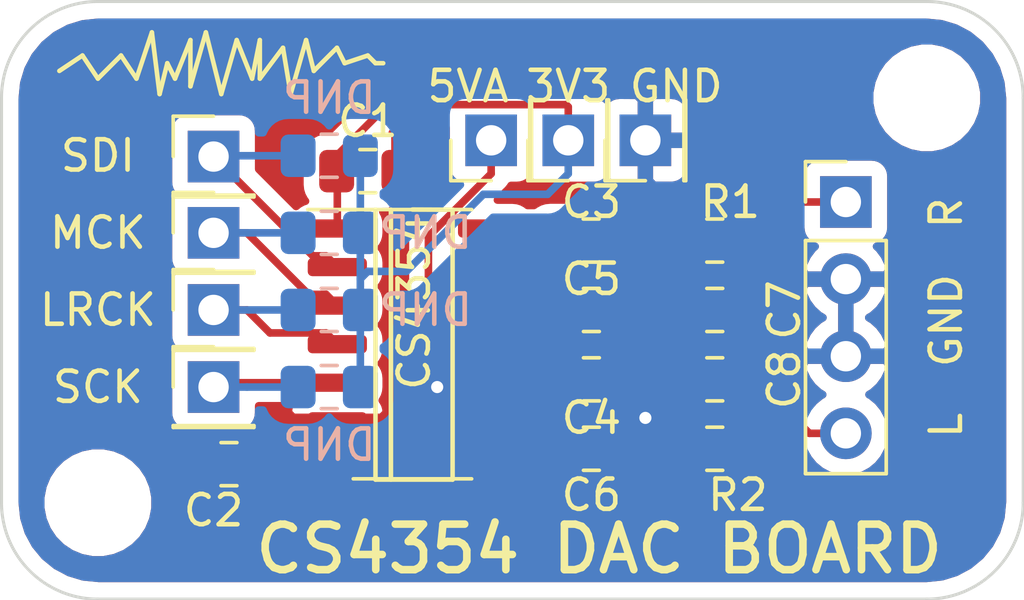
<source format=kicad_pcb>
(kicad_pcb (version 20171130) (host pcbnew 5.1.2-f72e74a~84~ubuntu18.04.1)

  (general
    (thickness 1.6)
    (drawings 40)
    (tracks 94)
    (zones 0)
    (modules 25)
    (nets 16)
  )

  (page A4)
  (layers
    (0 F.Cu signal)
    (31 B.Cu signal)
    (32 B.Adhes user)
    (33 F.Adhes user)
    (34 B.Paste user)
    (35 F.Paste user)
    (36 B.SilkS user)
    (37 F.SilkS user)
    (38 B.Mask user)
    (39 F.Mask user)
    (40 Dwgs.User user)
    (41 Cmts.User user)
    (42 Eco1.User user)
    (43 Eco2.User user)
    (44 Edge.Cuts user)
    (45 Margin user)
    (46 B.CrtYd user hide)
    (47 F.CrtYd user hide)
    (48 B.Fab user hide)
    (49 F.Fab user hide)
  )

  (setup
    (last_trace_width 0.25)
    (user_trace_width 0.381)
    (trace_clearance 0.2)
    (zone_clearance 0.508)
    (zone_45_only no)
    (trace_min 0.2)
    (via_size 0.8)
    (via_drill 0.4)
    (via_min_size 0.4)
    (via_min_drill 0.3)
    (uvia_size 0.3)
    (uvia_drill 0.1)
    (uvias_allowed no)
    (uvia_min_size 0.2)
    (uvia_min_drill 0.1)
    (edge_width 0.1)
    (segment_width 0.2)
    (pcb_text_width 0.3)
    (pcb_text_size 1.5 1.5)
    (mod_edge_width 0.15)
    (mod_text_size 1 1)
    (mod_text_width 0.15)
    (pad_size 1.524 1.524)
    (pad_drill 0.762)
    (pad_to_mask_clearance 0)
    (aux_axis_origin 0 0)
    (grid_origin 129.286 71.882)
    (visible_elements 7FFFFFFF)
    (pcbplotparams
      (layerselection 0x010fc_ffffffff)
      (usegerberextensions false)
      (usegerberattributes false)
      (usegerberadvancedattributes false)
      (creategerberjobfile false)
      (excludeedgelayer true)
      (linewidth 0.100000)
      (plotframeref false)
      (viasonmask false)
      (mode 1)
      (useauxorigin false)
      (hpglpennumber 1)
      (hpglpenspeed 20)
      (hpglpendiameter 15.000000)
      (psnegative false)
      (psa4output false)
      (plotreference true)
      (plotvalue true)
      (plotinvisibletext false)
      (padsonsilk false)
      (subtractmaskfromsilk false)
      (outputformat 1)
      (mirror false)
      (drillshape 0)
      (scaleselection 1)
      (outputdirectory "gerber"))
  )

  (net 0 "")
  (net 1 GND)
  (net 2 +3V3)
  (net 3 "Net-(C2-Pad1)")
  (net 4 "Net-(C3-Pad2)")
  (net 5 +5VA)
  (net 6 "Net-(C5-Pad2)")
  (net 7 "Net-(C5-Pad1)")
  (net 8 "/2_VOUT_A(to1.8K)")
  (net 9 "/1_VOUT_A(to1.8K)")
  (net 10 "Net-(R1-Pad2)")
  (net 11 "Net-(R2-Pad2)")
  (net 12 "Net-(LRCK1-Pad1)")
  (net 13 "Net-(MCK1-Pad1)")
  (net 14 "Net-(R3-Pad1)")
  (net 15 "Net-(R6-Pad1)")

  (net_class Default "This is the default net class."
    (clearance 0.2)
    (trace_width 0.25)
    (via_dia 0.8)
    (via_drill 0.4)
    (uvia_dia 0.3)
    (uvia_drill 0.1)
    (add_net +3V3)
    (add_net +5VA)
    (add_net "/1_VOUT_A(to1.8K)")
    (add_net "/2_VOUT_A(to1.8K)")
    (add_net GND)
    (add_net "Net-(C2-Pad1)")
    (add_net "Net-(C3-Pad2)")
    (add_net "Net-(C5-Pad1)")
    (add_net "Net-(C5-Pad2)")
    (add_net "Net-(LRCK1-Pad1)")
    (add_net "Net-(MCK1-Pad1)")
    (add_net "Net-(R1-Pad2)")
    (add_net "Net-(R2-Pad2)")
    (add_net "Net-(R3-Pad1)")
    (add_net "Net-(R6-Pad1)")
  )

  (module Resistor_SMD:R_0805_2012Metric_Pad1.15x1.40mm_HandSolder (layer B.Cu) (tedit 5B36C52B) (tstamp 5D1B1E44)
    (at 131.826 68.072)
    (descr "Resistor SMD 0805 (2012 Metric), square (rectangular) end terminal, IPC_7351 nominal with elongated pad for handsoldering. (Body size source: https://docs.google.com/spreadsheets/d/1BsfQQcO9C6DZCsRaXUlFlo91Tg2WpOkGARC1WS5S8t0/edit?usp=sharing), generated with kicad-footprint-generator")
    (tags "resistor handsolder")
    (path /5D1B0C98)
    (attr smd)
    (fp_text reference R6 (at 0 1.65) (layer B.Fab)
      (effects (font (size 1 1) (thickness 0.15)) (justify mirror))
    )
    (fp_text value DNP (at 0 1.905) (layer B.SilkS)
      (effects (font (size 1 1) (thickness 0.15)) (justify mirror))
    )
    (fp_text user %R (at 0 0) (layer B.Fab)
      (effects (font (size 0.5 0.5) (thickness 0.08)) (justify mirror))
    )
    (fp_line (start 1.85 -0.95) (end -1.85 -0.95) (layer B.CrtYd) (width 0.05))
    (fp_line (start 1.85 0.95) (end 1.85 -0.95) (layer B.CrtYd) (width 0.05))
    (fp_line (start -1.85 0.95) (end 1.85 0.95) (layer B.CrtYd) (width 0.05))
    (fp_line (start -1.85 -0.95) (end -1.85 0.95) (layer B.CrtYd) (width 0.05))
    (fp_line (start -0.261252 -0.71) (end 0.261252 -0.71) (layer B.SilkS) (width 0.12))
    (fp_line (start -0.261252 0.71) (end 0.261252 0.71) (layer B.SilkS) (width 0.12))
    (fp_line (start 1 -0.6) (end -1 -0.6) (layer B.Fab) (width 0.1))
    (fp_line (start 1 0.6) (end 1 -0.6) (layer B.Fab) (width 0.1))
    (fp_line (start -1 0.6) (end 1 0.6) (layer B.Fab) (width 0.1))
    (fp_line (start -1 -0.6) (end -1 0.6) (layer B.Fab) (width 0.1))
    (pad 2 smd roundrect (at 1.025 0) (size 1.15 1.4) (layers B.Cu B.Paste B.Mask) (roundrect_rratio 0.217391)
      (net 2 +3V3))
    (pad 1 smd roundrect (at -1.025 0) (size 1.15 1.4) (layers B.Cu B.Paste B.Mask) (roundrect_rratio 0.217391)
      (net 15 "Net-(R6-Pad1)"))
    (model ${KISYS3DMOD}/Resistor_SMD.3dshapes/R_0805_2012Metric.wrl
      (at (xyz 0 0 0))
      (scale (xyz 1 1 1))
      (rotate (xyz 0 0 0))
    )
  )

  (module Resistor_SMD:R_0805_2012Metric_Pad1.15x1.40mm_HandSolder (layer B.Cu) (tedit 5B36C52B) (tstamp 5D1B1DE4)
    (at 131.826 65.532)
    (descr "Resistor SMD 0805 (2012 Metric), square (rectangular) end terminal, IPC_7351 nominal with elongated pad for handsoldering. (Body size source: https://docs.google.com/spreadsheets/d/1BsfQQcO9C6DZCsRaXUlFlo91Tg2WpOkGARC1WS5S8t0/edit?usp=sharing), generated with kicad-footprint-generator")
    (tags "resistor handsolder")
    (path /5D1B0930)
    (attr smd)
    (fp_text reference R5 (at 0 1.65) (layer B.Fab)
      (effects (font (size 1 1) (thickness 0.15)) (justify mirror))
    )
    (fp_text value DNP (at 3.175 0 180) (layer B.SilkS)
      (effects (font (size 1 1) (thickness 0.15)) (justify mirror))
    )
    (fp_text user %R (at 0 0) (layer B.Fab)
      (effects (font (size 0.5 0.5) (thickness 0.08)) (justify mirror))
    )
    (fp_line (start 1.85 -0.95) (end -1.85 -0.95) (layer B.CrtYd) (width 0.05))
    (fp_line (start 1.85 0.95) (end 1.85 -0.95) (layer B.CrtYd) (width 0.05))
    (fp_line (start -1.85 0.95) (end 1.85 0.95) (layer B.CrtYd) (width 0.05))
    (fp_line (start -1.85 -0.95) (end -1.85 0.95) (layer B.CrtYd) (width 0.05))
    (fp_line (start -0.261252 -0.71) (end 0.261252 -0.71) (layer B.SilkS) (width 0.12))
    (fp_line (start -0.261252 0.71) (end 0.261252 0.71) (layer B.SilkS) (width 0.12))
    (fp_line (start 1 -0.6) (end -1 -0.6) (layer B.Fab) (width 0.1))
    (fp_line (start 1 0.6) (end 1 -0.6) (layer B.Fab) (width 0.1))
    (fp_line (start -1 0.6) (end 1 0.6) (layer B.Fab) (width 0.1))
    (fp_line (start -1 -0.6) (end -1 0.6) (layer B.Fab) (width 0.1))
    (pad 2 smd roundrect (at 1.025 0) (size 1.15 1.4) (layers B.Cu B.Paste B.Mask) (roundrect_rratio 0.217391)
      (net 2 +3V3))
    (pad 1 smd roundrect (at -1.025 0) (size 1.15 1.4) (layers B.Cu B.Paste B.Mask) (roundrect_rratio 0.217391)
      (net 12 "Net-(LRCK1-Pad1)"))
    (model ${KISYS3DMOD}/Resistor_SMD.3dshapes/R_0805_2012Metric.wrl
      (at (xyz 0 0 0))
      (scale (xyz 1 1 1))
      (rotate (xyz 0 0 0))
    )
  )

  (module Resistor_SMD:R_0805_2012Metric_Pad1.15x1.40mm_HandSolder (layer B.Cu) (tedit 5B36C52B) (tstamp 5D1B1E14)
    (at 131.826 62.992)
    (descr "Resistor SMD 0805 (2012 Metric), square (rectangular) end terminal, IPC_7351 nominal with elongated pad for handsoldering. (Body size source: https://docs.google.com/spreadsheets/d/1BsfQQcO9C6DZCsRaXUlFlo91Tg2WpOkGARC1WS5S8t0/edit?usp=sharing), generated with kicad-footprint-generator")
    (tags "resistor handsolder")
    (path /5D1B0694)
    (attr smd)
    (fp_text reference R4 (at 0 1.65) (layer B.Fab)
      (effects (font (size 1 1) (thickness 0.15)) (justify mirror))
    )
    (fp_text value DNP (at 3.175 0) (layer B.SilkS)
      (effects (font (size 1 1) (thickness 0.15)) (justify mirror))
    )
    (fp_text user %R (at 0 0) (layer B.Fab)
      (effects (font (size 0.5 0.5) (thickness 0.08)) (justify mirror))
    )
    (fp_line (start 1.85 -0.95) (end -1.85 -0.95) (layer B.CrtYd) (width 0.05))
    (fp_line (start 1.85 0.95) (end 1.85 -0.95) (layer B.CrtYd) (width 0.05))
    (fp_line (start -1.85 0.95) (end 1.85 0.95) (layer B.CrtYd) (width 0.05))
    (fp_line (start -1.85 -0.95) (end -1.85 0.95) (layer B.CrtYd) (width 0.05))
    (fp_line (start -0.261252 -0.71) (end 0.261252 -0.71) (layer B.SilkS) (width 0.12))
    (fp_line (start -0.261252 0.71) (end 0.261252 0.71) (layer B.SilkS) (width 0.12))
    (fp_line (start 1 -0.6) (end -1 -0.6) (layer B.Fab) (width 0.1))
    (fp_line (start 1 0.6) (end 1 -0.6) (layer B.Fab) (width 0.1))
    (fp_line (start -1 0.6) (end 1 0.6) (layer B.Fab) (width 0.1))
    (fp_line (start -1 -0.6) (end -1 0.6) (layer B.Fab) (width 0.1))
    (pad 2 smd roundrect (at 1.025 0) (size 1.15 1.4) (layers B.Cu B.Paste B.Mask) (roundrect_rratio 0.217391)
      (net 2 +3V3))
    (pad 1 smd roundrect (at -1.025 0) (size 1.15 1.4) (layers B.Cu B.Paste B.Mask) (roundrect_rratio 0.217391)
      (net 13 "Net-(MCK1-Pad1)"))
    (model ${KISYS3DMOD}/Resistor_SMD.3dshapes/R_0805_2012Metric.wrl
      (at (xyz 0 0 0))
      (scale (xyz 1 1 1))
      (rotate (xyz 0 0 0))
    )
  )

  (module Resistor_SMD:R_0805_2012Metric_Pad1.15x1.40mm_HandSolder (layer B.Cu) (tedit 5B36C52B) (tstamp 5D1B1E74)
    (at 131.826 60.452)
    (descr "Resistor SMD 0805 (2012 Metric), square (rectangular) end terminal, IPC_7351 nominal with elongated pad for handsoldering. (Body size source: https://docs.google.com/spreadsheets/d/1BsfQQcO9C6DZCsRaXUlFlo91Tg2WpOkGARC1WS5S8t0/edit?usp=sharing), generated with kicad-footprint-generator")
    (tags "resistor handsolder")
    (path /5D1AEB0C)
    (attr smd)
    (fp_text reference R3 (at 0 1.65) (layer B.Fab)
      (effects (font (size 1 1) (thickness 0.15)) (justify mirror))
    )
    (fp_text value DNP (at 0 -1.905 180) (layer B.SilkS)
      (effects (font (size 1 1) (thickness 0.15)) (justify mirror))
    )
    (fp_text user %R (at 0 0) (layer B.Fab)
      (effects (font (size 0.5 0.5) (thickness 0.08)) (justify mirror))
    )
    (fp_line (start 1.85 -0.95) (end -1.85 -0.95) (layer B.CrtYd) (width 0.05))
    (fp_line (start 1.85 0.95) (end 1.85 -0.95) (layer B.CrtYd) (width 0.05))
    (fp_line (start -1.85 0.95) (end 1.85 0.95) (layer B.CrtYd) (width 0.05))
    (fp_line (start -1.85 -0.95) (end -1.85 0.95) (layer B.CrtYd) (width 0.05))
    (fp_line (start -0.261252 -0.71) (end 0.261252 -0.71) (layer B.SilkS) (width 0.12))
    (fp_line (start -0.261252 0.71) (end 0.261252 0.71) (layer B.SilkS) (width 0.12))
    (fp_line (start 1 -0.6) (end -1 -0.6) (layer B.Fab) (width 0.1))
    (fp_line (start 1 0.6) (end 1 -0.6) (layer B.Fab) (width 0.1))
    (fp_line (start -1 0.6) (end 1 0.6) (layer B.Fab) (width 0.1))
    (fp_line (start -1 -0.6) (end -1 0.6) (layer B.Fab) (width 0.1))
    (pad 2 smd roundrect (at 1.025 0) (size 1.15 1.4) (layers B.Cu B.Paste B.Mask) (roundrect_rratio 0.217391)
      (net 2 +3V3))
    (pad 1 smd roundrect (at -1.025 0) (size 1.15 1.4) (layers B.Cu B.Paste B.Mask) (roundrect_rratio 0.217391)
      (net 14 "Net-(R3-Pad1)"))
    (model ${KISYS3DMOD}/Resistor_SMD.3dshapes/R_0805_2012Metric.wrl
      (at (xyz 0 0 0))
      (scale (xyz 1 1 1))
      (rotate (xyz 0 0 0))
    )
  )

  (module MountingHole:MountingHole_2.5mm (layer F.Cu) (tedit 56D1B4CB) (tstamp 5D1A6281)
    (at 151.511 58.547)
    (descr "Mounting Hole 2.5mm, no annular")
    (tags "mounting hole 2.5mm no annular")
    (path /5D1CE12B)
    (attr virtual)
    (fp_text reference H2 (at 0 -3.5) (layer F.Fab)
      (effects (font (size 1 1) (thickness 0.15)))
    )
    (fp_text value MountingHole (at 0 3.5) (layer F.Fab)
      (effects (font (size 1 1) (thickness 0.15)))
    )
    (fp_circle (center 0 0) (end 2.75 0) (layer F.CrtYd) (width 0.05))
    (fp_circle (center 0 0) (end 2.5 0) (layer Cmts.User) (width 0.15))
    (fp_text user %R (at 0.3 0) (layer F.Fab)
      (effects (font (size 1 1) (thickness 0.15)))
    )
    (pad 1 np_thru_hole circle (at 0 0) (size 2.5 2.5) (drill 2.5) (layers *.Cu *.Mask))
  )

  (module MountingHole:MountingHole_2.5mm (layer F.Cu) (tedit 56D1B4CB) (tstamp 5D1A5C14)
    (at 124.206 71.882)
    (descr "Mounting Hole 2.5mm, no annular")
    (tags "mounting hole 2.5mm no annular")
    (path /5D1CDEEB)
    (attr virtual)
    (fp_text reference H1 (at 0 -3.5) (layer F.Fab)
      (effects (font (size 1 1) (thickness 0.15)))
    )
    (fp_text value MountingHole (at 0 3.5) (layer F.Fab)
      (effects (font (size 1 1) (thickness 0.15)))
    )
    (fp_circle (center 0 0) (end 2.75 0) (layer F.CrtYd) (width 0.05))
    (fp_circle (center 0 0) (end 2.5 0) (layer Cmts.User) (width 0.15))
    (fp_text user %R (at 0.3 0) (layer F.Fab)
      (effects (font (size 1 1) (thickness 0.15)))
    )
    (pad 1 np_thru_hole circle (at 0 0) (size 2.5 2.5) (drill 2.5) (layers *.Cu *.Mask))
  )

  (module Capacitor_SMD:C_0805_2012Metric_Pad1.15x1.40mm_HandSolder (layer F.Cu) (tedit 5B36C52B) (tstamp 5D19D5DD)
    (at 140.462 67.818)
    (descr "Capacitor SMD 0805 (2012 Metric), square (rectangular) end terminal, IPC_7351 nominal with elongated pad for handsoldering. (Body size source: https://docs.google.com/spreadsheets/d/1BsfQQcO9C6DZCsRaXUlFlo91Tg2WpOkGARC1WS5S8t0/edit?usp=sharing), generated with kicad-footprint-generator")
    (tags "capacitor handsolder")
    (path /5D13610B)
    (attr smd)
    (fp_text reference C4 (at 0 1.27) (layer F.SilkS)
      (effects (font (size 1 1) (thickness 0.15)))
    )
    (fp_text value 100nF (at 0 1.65) (layer F.Fab)
      (effects (font (size 1 1) (thickness 0.15)))
    )
    (fp_text user %R (at 0 0) (layer F.Fab)
      (effects (font (size 0.5 0.5) (thickness 0.08)))
    )
    (fp_line (start 1.85 0.95) (end -1.85 0.95) (layer F.CrtYd) (width 0.05))
    (fp_line (start 1.85 -0.95) (end 1.85 0.95) (layer F.CrtYd) (width 0.05))
    (fp_line (start -1.85 -0.95) (end 1.85 -0.95) (layer F.CrtYd) (width 0.05))
    (fp_line (start -1.85 0.95) (end -1.85 -0.95) (layer F.CrtYd) (width 0.05))
    (fp_line (start -0.261252 0.71) (end 0.261252 0.71) (layer F.SilkS) (width 0.12))
    (fp_line (start -0.261252 -0.71) (end 0.261252 -0.71) (layer F.SilkS) (width 0.12))
    (fp_line (start 1 0.6) (end -1 0.6) (layer F.Fab) (width 0.1))
    (fp_line (start 1 -0.6) (end 1 0.6) (layer F.Fab) (width 0.1))
    (fp_line (start -1 -0.6) (end 1 -0.6) (layer F.Fab) (width 0.1))
    (fp_line (start -1 0.6) (end -1 -0.6) (layer F.Fab) (width 0.1))
    (pad 2 smd roundrect (at 1.025 0) (size 1.15 1.4) (layers F.Cu F.Paste F.Mask) (roundrect_rratio 0.217391)
      (net 1 GND))
    (pad 1 smd roundrect (at -1.025 0) (size 1.15 1.4) (layers F.Cu F.Paste F.Mask) (roundrect_rratio 0.217391)
      (net 5 +5VA))
    (model ${KISYS3DMOD}/Capacitor_SMD.3dshapes/C_0805_2012Metric.wrl
      (at (xyz 0 0 0))
      (scale (xyz 1 1 1))
      (rotate (xyz 0 0 0))
    )
  )

  (module Resistor_SMD:R_0805_2012Metric_Pad1.15x1.40mm_HandSolder (layer F.Cu) (tedit 5B36C52B) (tstamp 5D19D5AD)
    (at 144.526 70.104)
    (descr "Resistor SMD 0805 (2012 Metric), square (rectangular) end terminal, IPC_7351 nominal with elongated pad for handsoldering. (Body size source: https://docs.google.com/spreadsheets/d/1BsfQQcO9C6DZCsRaXUlFlo91Tg2WpOkGARC1WS5S8t0/edit?usp=sharing), generated with kicad-footprint-generator")
    (tags "resistor handsolder")
    (path /5D145016)
    (attr smd)
    (fp_text reference R2 (at 0.762 1.524 180) (layer F.SilkS)
      (effects (font (size 1 1) (thickness 0.15)))
    )
    (fp_text value 470R (at 0 1.65) (layer F.Fab)
      (effects (font (size 1 1) (thickness 0.15)))
    )
    (fp_text user %R (at 0 0) (layer F.Fab)
      (effects (font (size 0.5 0.5) (thickness 0.08)))
    )
    (fp_line (start 1.85 0.95) (end -1.85 0.95) (layer F.CrtYd) (width 0.05))
    (fp_line (start 1.85 -0.95) (end 1.85 0.95) (layer F.CrtYd) (width 0.05))
    (fp_line (start -1.85 -0.95) (end 1.85 -0.95) (layer F.CrtYd) (width 0.05))
    (fp_line (start -1.85 0.95) (end -1.85 -0.95) (layer F.CrtYd) (width 0.05))
    (fp_line (start -0.261252 0.71) (end 0.261252 0.71) (layer F.SilkS) (width 0.12))
    (fp_line (start -0.261252 -0.71) (end 0.261252 -0.71) (layer F.SilkS) (width 0.12))
    (fp_line (start 1 0.6) (end -1 0.6) (layer F.Fab) (width 0.1))
    (fp_line (start 1 -0.6) (end 1 0.6) (layer F.Fab) (width 0.1))
    (fp_line (start -1 -0.6) (end 1 -0.6) (layer F.Fab) (width 0.1))
    (fp_line (start -1 0.6) (end -1 -0.6) (layer F.Fab) (width 0.1))
    (pad 2 smd roundrect (at 1.025 0) (size 1.15 1.4) (layers F.Cu F.Paste F.Mask) (roundrect_rratio 0.217391)
      (net 11 "Net-(R2-Pad2)"))
    (pad 1 smd roundrect (at -1.025 0) (size 1.15 1.4) (layers F.Cu F.Paste F.Mask) (roundrect_rratio 0.217391)
      (net 9 "/1_VOUT_A(to1.8K)"))
    (model ${KISYS3DMOD}/Resistor_SMD.3dshapes/R_0805_2012Metric.wrl
      (at (xyz 0 0 0))
      (scale (xyz 1 1 1))
      (rotate (xyz 0 0 0))
    )
  )

  (module Capacitor_SMD:C_0805_2012Metric_Pad1.15x1.40mm_HandSolder (layer F.Cu) (tedit 5B36C52B) (tstamp 5D19D57D)
    (at 140.462 70.104)
    (descr "Capacitor SMD 0805 (2012 Metric), square (rectangular) end terminal, IPC_7351 nominal with elongated pad for handsoldering. (Body size source: https://docs.google.com/spreadsheets/d/1BsfQQcO9C6DZCsRaXUlFlo91Tg2WpOkGARC1WS5S8t0/edit?usp=sharing), generated with kicad-footprint-generator")
    (tags "capacitor handsolder")
    (path /5D13656D)
    (attr smd)
    (fp_text reference C6 (at 0 1.524) (layer F.SilkS)
      (effects (font (size 1 1) (thickness 0.15)))
    )
    (fp_text value 2.2uF (at 0 1.65) (layer F.Fab)
      (effects (font (size 1 1) (thickness 0.15)))
    )
    (fp_text user %R (at 0 0) (layer F.Fab)
      (effects (font (size 0.5 0.5) (thickness 0.08)))
    )
    (fp_line (start 1.85 0.95) (end -1.85 0.95) (layer F.CrtYd) (width 0.05))
    (fp_line (start 1.85 -0.95) (end 1.85 0.95) (layer F.CrtYd) (width 0.05))
    (fp_line (start -1.85 -0.95) (end 1.85 -0.95) (layer F.CrtYd) (width 0.05))
    (fp_line (start -1.85 0.95) (end -1.85 -0.95) (layer F.CrtYd) (width 0.05))
    (fp_line (start -0.261252 0.71) (end 0.261252 0.71) (layer F.SilkS) (width 0.12))
    (fp_line (start -0.261252 -0.71) (end 0.261252 -0.71) (layer F.SilkS) (width 0.12))
    (fp_line (start 1 0.6) (end -1 0.6) (layer F.Fab) (width 0.1))
    (fp_line (start 1 -0.6) (end 1 0.6) (layer F.Fab) (width 0.1))
    (fp_line (start -1 -0.6) (end 1 -0.6) (layer F.Fab) (width 0.1))
    (fp_line (start -1 0.6) (end -1 -0.6) (layer F.Fab) (width 0.1))
    (pad 2 smd roundrect (at 1.025 0) (size 1.15 1.4) (layers F.Cu F.Paste F.Mask) (roundrect_rratio 0.217391)
      (net 1 GND))
    (pad 1 smd roundrect (at -1.025 0) (size 1.15 1.4) (layers F.Cu F.Paste F.Mask) (roundrect_rratio 0.217391)
      (net 5 +5VA))
    (model ${KISYS3DMOD}/Capacitor_SMD.3dshapes/C_0805_2012Metric.wrl
      (at (xyz 0 0 0))
      (scale (xyz 1 1 1))
      (rotate (xyz 0 0 0))
    )
  )

  (module Capacitor_SMD:C_0805_2012Metric_Pad1.15x1.40mm_HandSolder (layer F.Cu) (tedit 5B36C52B) (tstamp 5D19D54D)
    (at 144.526 67.818)
    (descr "Capacitor SMD 0805 (2012 Metric), square (rectangular) end terminal, IPC_7351 nominal with elongated pad for handsoldering. (Body size source: https://docs.google.com/spreadsheets/d/1BsfQQcO9C6DZCsRaXUlFlo91Tg2WpOkGARC1WS5S8t0/edit?usp=sharing), generated with kicad-footprint-generator")
    (tags "capacitor handsolder")
    (path /5D14523E)
    (attr smd)
    (fp_text reference C8 (at 2.286 0 90) (layer F.SilkS)
      (effects (font (size 1 1) (thickness 0.15)))
    )
    (fp_text value 2.2nF (at 0 1.65) (layer F.Fab)
      (effects (font (size 1 1) (thickness 0.15)))
    )
    (fp_text user %R (at 0 0) (layer F.Fab)
      (effects (font (size 0.5 0.5) (thickness 0.08)))
    )
    (fp_line (start 1.85 0.95) (end -1.85 0.95) (layer F.CrtYd) (width 0.05))
    (fp_line (start 1.85 -0.95) (end 1.85 0.95) (layer F.CrtYd) (width 0.05))
    (fp_line (start -1.85 -0.95) (end 1.85 -0.95) (layer F.CrtYd) (width 0.05))
    (fp_line (start -1.85 0.95) (end -1.85 -0.95) (layer F.CrtYd) (width 0.05))
    (fp_line (start -0.261252 0.71) (end 0.261252 0.71) (layer F.SilkS) (width 0.12))
    (fp_line (start -0.261252 -0.71) (end 0.261252 -0.71) (layer F.SilkS) (width 0.12))
    (fp_line (start 1 0.6) (end -1 0.6) (layer F.Fab) (width 0.1))
    (fp_line (start 1 -0.6) (end 1 0.6) (layer F.Fab) (width 0.1))
    (fp_line (start -1 -0.6) (end 1 -0.6) (layer F.Fab) (width 0.1))
    (fp_line (start -1 0.6) (end -1 -0.6) (layer F.Fab) (width 0.1))
    (pad 2 smd roundrect (at 1.025 0) (size 1.15 1.4) (layers F.Cu F.Paste F.Mask) (roundrect_rratio 0.217391)
      (net 1 GND))
    (pad 1 smd roundrect (at -1.025 0) (size 1.15 1.4) (layers F.Cu F.Paste F.Mask) (roundrect_rratio 0.217391)
      (net 9 "/1_VOUT_A(to1.8K)"))
    (model ${KISYS3DMOD}/Capacitor_SMD.3dshapes/C_0805_2012Metric.wrl
      (at (xyz 0 0 0))
      (scale (xyz 1 1 1))
      (rotate (xyz 0 0 0))
    )
  )

  (module Package_SO:SOIC-14_3.9x8.7mm_P1.27mm (layer F.Cu) (tedit 5C97300E) (tstamp 5D19A079)
    (at 134.567281 66.659741)
    (descr "SOIC, 14 Pin (JEDEC MS-012AB, https://www.analog.com/media/en/package-pcb-resources/package/pkg_pdf/soic_narrow-r/r_14.pdf), generated with kicad-footprint-generator ipc_gullwing_generator.py")
    (tags "SOIC SO")
    (path /5D1351E6)
    (attr smd)
    (fp_text reference U1 (at 0 -5.28) (layer F.Fab)
      (effects (font (size 1 1) (thickness 0.15)))
    )
    (fp_text value CS4354 (at 0.052719 -1.381741 90) (layer F.SilkS)
      (effects (font (size 1 1) (thickness 0.15)))
    )
    (fp_text user %R (at 0 0) (layer F.Fab)
      (effects (font (size 0.98 0.98) (thickness 0.15)))
    )
    (fp_line (start 3.7 -4.58) (end -3.7 -4.58) (layer F.CrtYd) (width 0.05))
    (fp_line (start 3.7 4.58) (end 3.7 -4.58) (layer F.CrtYd) (width 0.05))
    (fp_line (start -3.7 4.58) (end 3.7 4.58) (layer F.CrtYd) (width 0.05))
    (fp_line (start -3.7 -4.58) (end -3.7 4.58) (layer F.CrtYd) (width 0.05))
    (fp_line (start -1.95 -3.35) (end -0.975 -4.325) (layer F.Fab) (width 0.1))
    (fp_line (start -1.95 4.325) (end -1.95 -3.35) (layer F.Fab) (width 0.1))
    (fp_line (start 1.95 4.325) (end -1.95 4.325) (layer F.Fab) (width 0.1))
    (fp_line (start 1.95 -4.325) (end 1.95 4.325) (layer F.Fab) (width 0.1))
    (fp_line (start -0.975 -4.325) (end 1.95 -4.325) (layer F.Fab) (width 0.1))
    (fp_line (start 0 -4.435) (end -3.45 -4.435) (layer F.SilkS) (width 0.12))
    (fp_line (start 0 -4.435) (end 1.95 -4.435) (layer F.SilkS) (width 0.12))
    (fp_line (start 0 4.435) (end -1.95 4.435) (layer F.SilkS) (width 0.12))
    (fp_line (start 0 4.435) (end 1.95 4.435) (layer F.SilkS) (width 0.12))
    (pad 14 smd roundrect (at 2.475 -3.81) (size 1.95 0.6) (layers F.Cu F.Paste F.Mask) (roundrect_rratio 0.25)
      (net 4 "Net-(C3-Pad2)"))
    (pad 13 smd roundrect (at 2.475 -2.54) (size 1.95 0.6) (layers F.Cu F.Paste F.Mask) (roundrect_rratio 0.25)
      (net 6 "Net-(C5-Pad2)"))
    (pad 12 smd roundrect (at 2.475 -1.27) (size 1.95 0.6) (layers F.Cu F.Paste F.Mask) (roundrect_rratio 0.25)
      (net 7 "Net-(C5-Pad1)"))
    (pad 11 smd roundrect (at 2.475 0) (size 1.95 0.6) (layers F.Cu F.Paste F.Mask) (roundrect_rratio 0.25)
      (net 5 +5VA))
    (pad 10 smd roundrect (at 2.475 1.27) (size 1.95 0.6) (layers F.Cu F.Paste F.Mask) (roundrect_rratio 0.25)
      (net 1 GND))
    (pad 9 smd roundrect (at 2.475 2.54) (size 1.95 0.6) (layers F.Cu F.Paste F.Mask) (roundrect_rratio 0.25)
      (net 10 "Net-(R1-Pad2)"))
    (pad 8 smd roundrect (at 2.475 3.81) (size 1.95 0.6) (layers F.Cu F.Paste F.Mask) (roundrect_rratio 0.25)
      (net 11 "Net-(R2-Pad2)"))
    (pad 7 smd roundrect (at -2.475 3.81) (size 1.95 0.6) (layers F.Cu F.Paste F.Mask) (roundrect_rratio 0.25)
      (net 3 "Net-(C2-Pad1)"))
    (pad 6 smd roundrect (at -2.475 2.54) (size 1.95 0.6) (layers F.Cu F.Paste F.Mask) (roundrect_rratio 0.25)
      (net 1 GND))
    (pad 5 smd roundrect (at -2.475 1.27) (size 1.95 0.6) (layers F.Cu F.Paste F.Mask) (roundrect_rratio 0.25)
      (net 15 "Net-(R6-Pad1)"))
    (pad 4 smd roundrect (at -2.475 0) (size 1.95 0.6) (layers F.Cu F.Paste F.Mask) (roundrect_rratio 0.25)
      (net 12 "Net-(LRCK1-Pad1)"))
    (pad 3 smd roundrect (at -2.475 -1.27) (size 1.95 0.6) (layers F.Cu F.Paste F.Mask) (roundrect_rratio 0.25)
      (net 13 "Net-(MCK1-Pad1)"))
    (pad 2 smd roundrect (at -2.475 -2.54) (size 1.95 0.6) (layers F.Cu F.Paste F.Mask) (roundrect_rratio 0.25)
      (net 14 "Net-(R3-Pad1)"))
    (pad 1 smd roundrect (at -2.475 -3.81) (size 1.95 0.6) (layers F.Cu F.Paste F.Mask) (roundrect_rratio 0.25)
      (net 2 +3V3))
    (model ${KISYS3DMOD}/Package_SO.3dshapes/SOIC-14_3.9x8.7mm_P1.27mm.wrl
      (at (xyz 0 0 0))
      (scale (xyz 1 1 1))
      (rotate (xyz 0 0 0))
    )
  )

  (module Resistor_SMD:R_0805_2012Metric_Pad1.15x1.40mm_HandSolder (layer F.Cu) (tedit 5B36C52B) (tstamp 5D19A13F)
    (at 144.526 63.246)
    (descr "Resistor SMD 0805 (2012 Metric), square (rectangular) end terminal, IPC_7351 nominal with elongated pad for handsoldering. (Body size source: https://docs.google.com/spreadsheets/d/1BsfQQcO9C6DZCsRaXUlFlo91Tg2WpOkGARC1WS5S8t0/edit?usp=sharing), generated with kicad-footprint-generator")
    (tags "resistor handsolder")
    (path /5D144591)
    (attr smd)
    (fp_text reference R1 (at 0.508 -1.27 180) (layer F.SilkS)
      (effects (font (size 1 1) (thickness 0.15)))
    )
    (fp_text value 470R (at 0 1.65) (layer F.Fab)
      (effects (font (size 1 1) (thickness 0.15)))
    )
    (fp_text user %R (at 0 0) (layer F.Fab)
      (effects (font (size 0.5 0.5) (thickness 0.08)))
    )
    (fp_line (start 1.85 0.95) (end -1.85 0.95) (layer F.CrtYd) (width 0.05))
    (fp_line (start 1.85 -0.95) (end 1.85 0.95) (layer F.CrtYd) (width 0.05))
    (fp_line (start -1.85 -0.95) (end 1.85 -0.95) (layer F.CrtYd) (width 0.05))
    (fp_line (start -1.85 0.95) (end -1.85 -0.95) (layer F.CrtYd) (width 0.05))
    (fp_line (start -0.261252 0.71) (end 0.261252 0.71) (layer F.SilkS) (width 0.12))
    (fp_line (start -0.261252 -0.71) (end 0.261252 -0.71) (layer F.SilkS) (width 0.12))
    (fp_line (start 1 0.6) (end -1 0.6) (layer F.Fab) (width 0.1))
    (fp_line (start 1 -0.6) (end 1 0.6) (layer F.Fab) (width 0.1))
    (fp_line (start -1 -0.6) (end 1 -0.6) (layer F.Fab) (width 0.1))
    (fp_line (start -1 0.6) (end -1 -0.6) (layer F.Fab) (width 0.1))
    (pad 2 smd roundrect (at 1.025 0) (size 1.15 1.4) (layers F.Cu F.Paste F.Mask) (roundrect_rratio 0.217391)
      (net 10 "Net-(R1-Pad2)"))
    (pad 1 smd roundrect (at -1.025 0) (size 1.15 1.4) (layers F.Cu F.Paste F.Mask) (roundrect_rratio 0.217391)
      (net 8 "/2_VOUT_A(to1.8K)"))
    (model ${KISYS3DMOD}/Resistor_SMD.3dshapes/R_0805_2012Metric.wrl
      (at (xyz 0 0 0))
      (scale (xyz 1 1 1))
      (rotate (xyz 0 0 0))
    )
  )

  (module Connector_PinHeader_2.54mm:PinHeader_1x01_P2.54mm_Vertical (layer F.Cu) (tedit 59FED5CC) (tstamp 5D19A032)
    (at 137.16 59.944 90)
    (descr "Through hole straight pin header, 1x01, 2.54mm pitch, single row")
    (tags "Through hole pin header THT 1x01 2.54mm single row")
    (path /5D1B6206)
    (fp_text reference J8 (at 0 -2.33 90) (layer F.Fab)
      (effects (font (size 1 1) (thickness 0.15)))
    )
    (fp_text value 5VA (at 1.778 -0.762 180) (layer F.SilkS)
      (effects (font (size 1 1) (thickness 0.15)))
    )
    (fp_text user %R (at 0 0) (layer F.Fab)
      (effects (font (size 1 1) (thickness 0.15)))
    )
    (fp_line (start 1.8 -1.8) (end -1.8 -1.8) (layer F.CrtYd) (width 0.05))
    (fp_line (start 1.8 1.8) (end 1.8 -1.8) (layer F.CrtYd) (width 0.05))
    (fp_line (start -1.8 1.8) (end 1.8 1.8) (layer F.CrtYd) (width 0.05))
    (fp_line (start -1.8 -1.8) (end -1.8 1.8) (layer F.CrtYd) (width 0.05))
    (fp_line (start -1.33 -1.33) (end 0 -1.33) (layer F.SilkS) (width 0.12))
    (fp_line (start -1.33 0) (end -1.33 -1.33) (layer F.SilkS) (width 0.12))
    (fp_line (start -1.33 1.27) (end 1.33 1.27) (layer F.SilkS) (width 0.12))
    (fp_line (start 1.33 1.27) (end 1.33 1.33) (layer F.SilkS) (width 0.12))
    (fp_line (start -1.33 1.27) (end -1.33 1.33) (layer F.SilkS) (width 0.12))
    (fp_line (start -1.33 1.33) (end 1.33 1.33) (layer F.SilkS) (width 0.12))
    (fp_line (start -1.27 -0.635) (end -0.635 -1.27) (layer F.Fab) (width 0.1))
    (fp_line (start -1.27 1.27) (end -1.27 -0.635) (layer F.Fab) (width 0.1))
    (fp_line (start 1.27 1.27) (end -1.27 1.27) (layer F.Fab) (width 0.1))
    (fp_line (start 1.27 -1.27) (end 1.27 1.27) (layer F.Fab) (width 0.1))
    (fp_line (start -0.635 -1.27) (end 1.27 -1.27) (layer F.Fab) (width 0.1))
    (pad 1 thru_hole rect (at 0 0 90) (size 1.7 1.7) (drill 1) (layers *.Cu *.Mask)
      (net 5 +5VA))
    (model ${KISYS3DMOD}/Connector_PinHeader_2.54mm.3dshapes/PinHeader_1x01_P2.54mm_Vertical.wrl
      (at (xyz 0 0 0))
      (scale (xyz 1 1 1))
      (rotate (xyz 0 0 0))
    )
  )

  (module Connector_PinHeader_2.54mm:PinHeader_1x01_P2.54mm_Vertical (layer F.Cu) (tedit 59FED5CC) (tstamp 5D19A0CB)
    (at 142.24 59.944 90)
    (descr "Through hole straight pin header, 1x01, 2.54mm pitch, single row")
    (tags "Through hole pin header THT 1x01 2.54mm single row")
    (path /5D1BA223)
    (fp_text reference GND1 (at 0 -2.33 90) (layer F.Fab)
      (effects (font (size 1 1) (thickness 0.15)))
    )
    (fp_text value GND (at 1.778 1.016 180) (layer F.SilkS)
      (effects (font (size 1 1) (thickness 0.15)))
    )
    (fp_text user %R (at 0 0) (layer F.Fab)
      (effects (font (size 1 1) (thickness 0.15)))
    )
    (fp_line (start 1.8 -1.8) (end -1.8 -1.8) (layer F.CrtYd) (width 0.05))
    (fp_line (start 1.8 1.8) (end 1.8 -1.8) (layer F.CrtYd) (width 0.05))
    (fp_line (start -1.8 1.8) (end 1.8 1.8) (layer F.CrtYd) (width 0.05))
    (fp_line (start -1.8 -1.8) (end -1.8 1.8) (layer F.CrtYd) (width 0.05))
    (fp_line (start -1.33 -1.33) (end 0 -1.33) (layer F.SilkS) (width 0.12))
    (fp_line (start -1.33 0) (end -1.33 -1.33) (layer F.SilkS) (width 0.12))
    (fp_line (start -1.33 1.27) (end 1.33 1.27) (layer F.SilkS) (width 0.12))
    (fp_line (start 1.33 1.27) (end 1.33 1.33) (layer F.SilkS) (width 0.12))
    (fp_line (start -1.33 1.27) (end -1.33 1.33) (layer F.SilkS) (width 0.12))
    (fp_line (start -1.33 1.33) (end 1.33 1.33) (layer F.SilkS) (width 0.12))
    (fp_line (start -1.27 -0.635) (end -0.635 -1.27) (layer F.Fab) (width 0.1))
    (fp_line (start -1.27 1.27) (end -1.27 -0.635) (layer F.Fab) (width 0.1))
    (fp_line (start 1.27 1.27) (end -1.27 1.27) (layer F.Fab) (width 0.1))
    (fp_line (start 1.27 -1.27) (end 1.27 1.27) (layer F.Fab) (width 0.1))
    (fp_line (start -0.635 -1.27) (end 1.27 -1.27) (layer F.Fab) (width 0.1))
    (pad 1 thru_hole rect (at 0 0 90) (size 1.7 1.7) (drill 1) (layers *.Cu *.Mask)
      (net 1 GND))
    (model ${KISYS3DMOD}/Connector_PinHeader_2.54mm.3dshapes/PinHeader_1x01_P2.54mm_Vertical.wrl
      (at (xyz 0 0 0))
      (scale (xyz 1 1 1))
      (rotate (xyz 0 0 0))
    )
  )

  (module Connector_PinHeader_2.54mm:PinHeader_1x04_P2.54mm_Vertical (layer F.Cu) (tedit 59FED5CC) (tstamp 5D19D50F)
    (at 148.844 61.976)
    (descr "Through hole straight pin header, 1x04, 2.54mm pitch, single row")
    (tags "Through hole pin header THT 1x04 2.54mm single row")
    (path /5D1A9118)
    (fp_text reference B_GND_A1 (at 2.032 3.81 90) (layer F.Fab)
      (effects (font (size 1 1) (thickness 0.15)))
    )
    (fp_text value "L  GND  R" (at 3.302 3.81 90) (layer F.SilkS)
      (effects (font (size 1 1) (thickness 0.15)))
    )
    (fp_text user %R (at 0 3.81 90) (layer F.Fab)
      (effects (font (size 1 1) (thickness 0.15)))
    )
    (fp_line (start 1.8 -1.8) (end -1.8 -1.8) (layer F.CrtYd) (width 0.05))
    (fp_line (start 1.8 9.4) (end 1.8 -1.8) (layer F.CrtYd) (width 0.05))
    (fp_line (start -1.8 9.4) (end 1.8 9.4) (layer F.CrtYd) (width 0.05))
    (fp_line (start -1.8 -1.8) (end -1.8 9.4) (layer F.CrtYd) (width 0.05))
    (fp_line (start -1.33 -1.33) (end 0 -1.33) (layer F.SilkS) (width 0.12))
    (fp_line (start -1.33 0) (end -1.33 -1.33) (layer F.SilkS) (width 0.12))
    (fp_line (start -1.33 1.27) (end 1.33 1.27) (layer F.SilkS) (width 0.12))
    (fp_line (start 1.33 1.27) (end 1.33 8.95) (layer F.SilkS) (width 0.12))
    (fp_line (start -1.33 1.27) (end -1.33 8.95) (layer F.SilkS) (width 0.12))
    (fp_line (start -1.33 8.95) (end 1.33 8.95) (layer F.SilkS) (width 0.12))
    (fp_line (start -1.27 -0.635) (end -0.635 -1.27) (layer F.Fab) (width 0.1))
    (fp_line (start -1.27 8.89) (end -1.27 -0.635) (layer F.Fab) (width 0.1))
    (fp_line (start 1.27 8.89) (end -1.27 8.89) (layer F.Fab) (width 0.1))
    (fp_line (start 1.27 -1.27) (end 1.27 8.89) (layer F.Fab) (width 0.1))
    (fp_line (start -0.635 -1.27) (end 1.27 -1.27) (layer F.Fab) (width 0.1))
    (pad 4 thru_hole oval (at 0 7.62) (size 1.7 1.7) (drill 1) (layers *.Cu *.Mask)
      (net 9 "/1_VOUT_A(to1.8K)"))
    (pad 3 thru_hole oval (at 0 5.08) (size 1.7 1.7) (drill 1) (layers *.Cu *.Mask)
      (net 1 GND))
    (pad 2 thru_hole oval (at 0 2.54) (size 1.7 1.7) (drill 1) (layers *.Cu *.Mask)
      (net 1 GND))
    (pad 1 thru_hole rect (at 0 0) (size 1.7 1.7) (drill 1) (layers *.Cu *.Mask)
      (net 8 "/2_VOUT_A(to1.8K)"))
    (model ${KISYS3DMOD}/Connector_PinHeader_2.54mm.3dshapes/PinHeader_1x04_P2.54mm_Vertical.wrl
      (at (xyz 0 0 0))
      (scale (xyz 1 1 1))
      (rotate (xyz 0 0 0))
    )
  )

  (module Connector_PinHeader_2.54mm:PinHeader_1x01_P2.54mm_Vertical (layer F.Cu) (tedit 59FED5CC) (tstamp 5D1A6998)
    (at 128.016 68.072)
    (descr "Through hole straight pin header, 1x01, 2.54mm pitch, single row")
    (tags "Through hole pin header THT 1x01 2.54mm single row")
    (path /5D1A2A56)
    (fp_text reference SCK1 (at -2.032 1.524 90) (layer F.Fab)
      (effects (font (size 1 1) (thickness 0.15)))
    )
    (fp_text value SCK (at -3.81 0) (layer F.SilkS)
      (effects (font (size 1 1) (thickness 0.15)))
    )
    (fp_text user %R (at 0 0 90) (layer F.Fab)
      (effects (font (size 1 1) (thickness 0.15)))
    )
    (fp_line (start 1.8 -1.8) (end -1.8 -1.8) (layer F.CrtYd) (width 0.05))
    (fp_line (start 1.8 1.8) (end 1.8 -1.8) (layer F.CrtYd) (width 0.05))
    (fp_line (start -1.8 1.8) (end 1.8 1.8) (layer F.CrtYd) (width 0.05))
    (fp_line (start -1.8 -1.8) (end -1.8 1.8) (layer F.CrtYd) (width 0.05))
    (fp_line (start -1.33 -1.33) (end 0 -1.33) (layer F.SilkS) (width 0.12))
    (fp_line (start -1.33 0) (end -1.33 -1.33) (layer F.SilkS) (width 0.12))
    (fp_line (start -1.33 1.27) (end 1.33 1.27) (layer F.SilkS) (width 0.12))
    (fp_line (start 1.33 1.27) (end 1.33 1.33) (layer F.SilkS) (width 0.12))
    (fp_line (start -1.33 1.27) (end -1.33 1.33) (layer F.SilkS) (width 0.12))
    (fp_line (start -1.33 1.33) (end 1.33 1.33) (layer F.SilkS) (width 0.12))
    (fp_line (start -1.27 -0.635) (end -0.635 -1.27) (layer F.Fab) (width 0.1))
    (fp_line (start -1.27 1.27) (end -1.27 -0.635) (layer F.Fab) (width 0.1))
    (fp_line (start 1.27 1.27) (end -1.27 1.27) (layer F.Fab) (width 0.1))
    (fp_line (start 1.27 -1.27) (end 1.27 1.27) (layer F.Fab) (width 0.1))
    (fp_line (start -0.635 -1.27) (end 1.27 -1.27) (layer F.Fab) (width 0.1))
    (pad 1 thru_hole rect (at 0 0) (size 1.7 1.7) (drill 1) (layers *.Cu *.Mask)
      (net 15 "Net-(R6-Pad1)"))
    (model ${KISYS3DMOD}/Connector_PinHeader_2.54mm.3dshapes/PinHeader_1x01_P2.54mm_Vertical.wrl
      (at (xyz 0 0 0))
      (scale (xyz 1 1 1))
      (rotate (xyz 0 0 0))
    )
  )

  (module Connector_PinHeader_2.54mm:PinHeader_1x01_P2.54mm_Vertical (layer F.Cu) (tedit 59FED5CC) (tstamp 5D1A6920)
    (at 128.016 65.532)
    (descr "Through hole straight pin header, 1x01, 2.54mm pitch, single row")
    (tags "Through hole pin header THT 1x01 2.54mm single row")
    (path /5D17A33E)
    (fp_text reference LRCK1 (at -2.286 0.508 90) (layer F.Fab)
      (effects (font (size 1 1) (thickness 0.15)))
    )
    (fp_text value LRCK (at -3.81 0 180) (layer F.SilkS)
      (effects (font (size 1 1) (thickness 0.15)))
    )
    (fp_text user %R (at 0 0 90) (layer F.Fab)
      (effects (font (size 1 1) (thickness 0.15)))
    )
    (fp_line (start 1.8 -1.8) (end -1.8 -1.8) (layer F.CrtYd) (width 0.05))
    (fp_line (start 1.8 1.8) (end 1.8 -1.8) (layer F.CrtYd) (width 0.05))
    (fp_line (start -1.8 1.8) (end 1.8 1.8) (layer F.CrtYd) (width 0.05))
    (fp_line (start -1.8 -1.8) (end -1.8 1.8) (layer F.CrtYd) (width 0.05))
    (fp_line (start -1.33 -1.33) (end 0 -1.33) (layer F.SilkS) (width 0.12))
    (fp_line (start -1.33 0) (end -1.33 -1.33) (layer F.SilkS) (width 0.12))
    (fp_line (start -1.33 1.27) (end 1.33 1.27) (layer F.SilkS) (width 0.12))
    (fp_line (start 1.33 1.27) (end 1.33 1.33) (layer F.SilkS) (width 0.12))
    (fp_line (start -1.33 1.27) (end -1.33 1.33) (layer F.SilkS) (width 0.12))
    (fp_line (start -1.33 1.33) (end 1.33 1.33) (layer F.SilkS) (width 0.12))
    (fp_line (start -1.27 -0.635) (end -0.635 -1.27) (layer F.Fab) (width 0.1))
    (fp_line (start -1.27 1.27) (end -1.27 -0.635) (layer F.Fab) (width 0.1))
    (fp_line (start 1.27 1.27) (end -1.27 1.27) (layer F.Fab) (width 0.1))
    (fp_line (start 1.27 -1.27) (end 1.27 1.27) (layer F.Fab) (width 0.1))
    (fp_line (start -0.635 -1.27) (end 1.27 -1.27) (layer F.Fab) (width 0.1))
    (pad 1 thru_hole rect (at 0 0) (size 1.7 1.7) (drill 1) (layers *.Cu *.Mask)
      (net 12 "Net-(LRCK1-Pad1)"))
    (model ${KISYS3DMOD}/Connector_PinHeader_2.54mm.3dshapes/PinHeader_1x01_P2.54mm_Vertical.wrl
      (at (xyz 0 0 0))
      (scale (xyz 1 1 1))
      (rotate (xyz 0 0 0))
    )
  )

  (module Connector_PinHeader_2.54mm:PinHeader_1x01_P2.54mm_Vertical (layer F.Cu) (tedit 59FED5CC) (tstamp 5D1A695C)
    (at 128.016 62.992)
    (descr "Through hole straight pin header, 1x01, 2.54mm pitch, single row")
    (tags "Through hole pin header THT 1x01 2.54mm single row")
    (path /5D177BD4)
    (fp_text reference MCK1 (at -2.032 -0.508 270) (layer F.Fab)
      (effects (font (size 1 1) (thickness 0.15)))
    )
    (fp_text value MCK (at -3.81 0 180) (layer F.SilkS)
      (effects (font (size 1 1) (thickness 0.15)))
    )
    (fp_text user %R (at 0 0 90) (layer F.Fab)
      (effects (font (size 1 1) (thickness 0.15)))
    )
    (fp_line (start 1.8 -1.8) (end -1.8 -1.8) (layer F.CrtYd) (width 0.05))
    (fp_line (start 1.8 1.8) (end 1.8 -1.8) (layer F.CrtYd) (width 0.05))
    (fp_line (start -1.8 1.8) (end 1.8 1.8) (layer F.CrtYd) (width 0.05))
    (fp_line (start -1.8 -1.8) (end -1.8 1.8) (layer F.CrtYd) (width 0.05))
    (fp_line (start -1.33 -1.33) (end 0 -1.33) (layer F.SilkS) (width 0.12))
    (fp_line (start -1.33 0) (end -1.33 -1.33) (layer F.SilkS) (width 0.12))
    (fp_line (start -1.33 1.27) (end 1.33 1.27) (layer F.SilkS) (width 0.12))
    (fp_line (start 1.33 1.27) (end 1.33 1.33) (layer F.SilkS) (width 0.12))
    (fp_line (start -1.33 1.27) (end -1.33 1.33) (layer F.SilkS) (width 0.12))
    (fp_line (start -1.33 1.33) (end 1.33 1.33) (layer F.SilkS) (width 0.12))
    (fp_line (start -1.27 -0.635) (end -0.635 -1.27) (layer F.Fab) (width 0.1))
    (fp_line (start -1.27 1.27) (end -1.27 -0.635) (layer F.Fab) (width 0.1))
    (fp_line (start 1.27 1.27) (end -1.27 1.27) (layer F.Fab) (width 0.1))
    (fp_line (start 1.27 -1.27) (end 1.27 1.27) (layer F.Fab) (width 0.1))
    (fp_line (start -0.635 -1.27) (end 1.27 -1.27) (layer F.Fab) (width 0.1))
    (pad 1 thru_hole rect (at 0 0) (size 1.7 1.7) (drill 1) (layers *.Cu *.Mask)
      (net 13 "Net-(MCK1-Pad1)"))
    (model ${KISYS3DMOD}/Connector_PinHeader_2.54mm.3dshapes/PinHeader_1x01_P2.54mm_Vertical.wrl
      (at (xyz 0 0 0))
      (scale (xyz 1 1 1))
      (rotate (xyz 0 0 0))
    )
  )

  (module Connector_PinHeader_2.54mm:PinHeader_1x01_P2.54mm_Vertical (layer F.Cu) (tedit 59FED5CC) (tstamp 5D1A68E4)
    (at 128.016 60.479741)
    (descr "Through hole straight pin header, 1x01, 2.54mm pitch, single row")
    (tags "Through hole pin header THT 1x01 2.54mm single row")
    (path /5D1A118C)
    (fp_text reference SDI1 (at -2.286 -1.043741 90) (layer F.Fab)
      (effects (font (size 1 1) (thickness 0.15)))
    )
    (fp_text value SDI (at -3.81 -0.027741 180) (layer F.SilkS)
      (effects (font (size 1 1) (thickness 0.15)))
    )
    (fp_text user %R (at 0 0 90) (layer F.Fab)
      (effects (font (size 1 1) (thickness 0.15)))
    )
    (fp_line (start 1.8 -1.8) (end -1.8 -1.8) (layer F.CrtYd) (width 0.05))
    (fp_line (start 1.8 1.8) (end 1.8 -1.8) (layer F.CrtYd) (width 0.05))
    (fp_line (start -1.8 1.8) (end 1.8 1.8) (layer F.CrtYd) (width 0.05))
    (fp_line (start -1.8 -1.8) (end -1.8 1.8) (layer F.CrtYd) (width 0.05))
    (fp_line (start -1.33 -1.33) (end 0 -1.33) (layer F.SilkS) (width 0.12))
    (fp_line (start -1.33 0) (end -1.33 -1.33) (layer F.SilkS) (width 0.12))
    (fp_line (start -1.33 1.27) (end 1.33 1.27) (layer F.SilkS) (width 0.12))
    (fp_line (start 1.33 1.27) (end 1.33 1.33) (layer F.SilkS) (width 0.12))
    (fp_line (start -1.33 1.27) (end -1.33 1.33) (layer F.SilkS) (width 0.12))
    (fp_line (start -1.33 1.33) (end 1.33 1.33) (layer F.SilkS) (width 0.12))
    (fp_line (start -1.27 -0.635) (end -0.635 -1.27) (layer F.Fab) (width 0.1))
    (fp_line (start -1.27 1.27) (end -1.27 -0.635) (layer F.Fab) (width 0.1))
    (fp_line (start 1.27 1.27) (end -1.27 1.27) (layer F.Fab) (width 0.1))
    (fp_line (start 1.27 -1.27) (end 1.27 1.27) (layer F.Fab) (width 0.1))
    (fp_line (start -0.635 -1.27) (end 1.27 -1.27) (layer F.Fab) (width 0.1))
    (pad 1 thru_hole rect (at 0 0) (size 1.7 1.7) (drill 1) (layers *.Cu *.Mask)
      (net 14 "Net-(R3-Pad1)"))
    (model ${KISYS3DMOD}/Connector_PinHeader_2.54mm.3dshapes/PinHeader_1x01_P2.54mm_Vertical.wrl
      (at (xyz 0 0 0))
      (scale (xyz 1 1 1))
      (rotate (xyz 0 0 0))
    )
  )

  (module Connector_PinHeader_2.54mm:PinHeader_1x01_P2.54mm_Vertical (layer F.Cu) (tedit 59FED5CC) (tstamp 5D199FC6)
    (at 139.7 59.944 90)
    (descr "Through hole straight pin header, 1x01, 2.54mm pitch, single row")
    (tags "Through hole pin header THT 1x01 2.54mm single row")
    (path /5D1AB41D)
    (fp_text reference 3V3 (at 0 -2.33 90) (layer F.Fab)
      (effects (font (size 1 1) (thickness 0.15)))
    )
    (fp_text value 3V3 (at 1.778 0 180) (layer F.SilkS)
      (effects (font (size 1 1) (thickness 0.15)))
    )
    (fp_text user %R (at 0 0) (layer F.Fab)
      (effects (font (size 1 1) (thickness 0.15)))
    )
    (fp_line (start 1.8 -1.8) (end -1.8 -1.8) (layer F.CrtYd) (width 0.05))
    (fp_line (start 1.8 1.8) (end 1.8 -1.8) (layer F.CrtYd) (width 0.05))
    (fp_line (start -1.8 1.8) (end 1.8 1.8) (layer F.CrtYd) (width 0.05))
    (fp_line (start -1.8 -1.8) (end -1.8 1.8) (layer F.CrtYd) (width 0.05))
    (fp_line (start -1.33 -1.33) (end 0 -1.33) (layer F.SilkS) (width 0.12))
    (fp_line (start -1.33 0) (end -1.33 -1.33) (layer F.SilkS) (width 0.12))
    (fp_line (start -1.33 1.27) (end 1.33 1.27) (layer F.SilkS) (width 0.12))
    (fp_line (start 1.33 1.27) (end 1.33 1.33) (layer F.SilkS) (width 0.12))
    (fp_line (start -1.33 1.27) (end -1.33 1.33) (layer F.SilkS) (width 0.12))
    (fp_line (start -1.33 1.33) (end 1.33 1.33) (layer F.SilkS) (width 0.12))
    (fp_line (start -1.27 -0.635) (end -0.635 -1.27) (layer F.Fab) (width 0.1))
    (fp_line (start -1.27 1.27) (end -1.27 -0.635) (layer F.Fab) (width 0.1))
    (fp_line (start 1.27 1.27) (end -1.27 1.27) (layer F.Fab) (width 0.1))
    (fp_line (start 1.27 -1.27) (end 1.27 1.27) (layer F.Fab) (width 0.1))
    (fp_line (start -0.635 -1.27) (end 1.27 -1.27) (layer F.Fab) (width 0.1))
    (pad 1 thru_hole rect (at 0 0 90) (size 1.7 1.7) (drill 1) (layers *.Cu *.Mask)
      (net 2 +3V3))
    (model ${KISYS3DMOD}/Connector_PinHeader_2.54mm.3dshapes/PinHeader_1x01_P2.54mm_Vertical.wrl
      (at (xyz 0 0 0))
      (scale (xyz 1 1 1))
      (rotate (xyz 0 0 0))
    )
  )

  (module Capacitor_SMD:C_0805_2012Metric_Pad1.15x1.40mm_HandSolder (layer F.Cu) (tedit 5B36C52B) (tstamp 5D199ED2)
    (at 144.526 65.532)
    (descr "Capacitor SMD 0805 (2012 Metric), square (rectangular) end terminal, IPC_7351 nominal with elongated pad for handsoldering. (Body size source: https://docs.google.com/spreadsheets/d/1BsfQQcO9C6DZCsRaXUlFlo91Tg2WpOkGARC1WS5S8t0/edit?usp=sharing), generated with kicad-footprint-generator")
    (tags "capacitor handsolder")
    (path /5D14572A)
    (attr smd)
    (fp_text reference C7 (at 2.286 0 90) (layer F.SilkS)
      (effects (font (size 1 1) (thickness 0.15)))
    )
    (fp_text value 2.2nF (at 0 1.65) (layer F.Fab)
      (effects (font (size 1 1) (thickness 0.15)))
    )
    (fp_text user %R (at 0 0) (layer F.Fab)
      (effects (font (size 0.5 0.5) (thickness 0.08)))
    )
    (fp_line (start 1.85 0.95) (end -1.85 0.95) (layer F.CrtYd) (width 0.05))
    (fp_line (start 1.85 -0.95) (end 1.85 0.95) (layer F.CrtYd) (width 0.05))
    (fp_line (start -1.85 -0.95) (end 1.85 -0.95) (layer F.CrtYd) (width 0.05))
    (fp_line (start -1.85 0.95) (end -1.85 -0.95) (layer F.CrtYd) (width 0.05))
    (fp_line (start -0.261252 0.71) (end 0.261252 0.71) (layer F.SilkS) (width 0.12))
    (fp_line (start -0.261252 -0.71) (end 0.261252 -0.71) (layer F.SilkS) (width 0.12))
    (fp_line (start 1 0.6) (end -1 0.6) (layer F.Fab) (width 0.1))
    (fp_line (start 1 -0.6) (end 1 0.6) (layer F.Fab) (width 0.1))
    (fp_line (start -1 -0.6) (end 1 -0.6) (layer F.Fab) (width 0.1))
    (fp_line (start -1 0.6) (end -1 -0.6) (layer F.Fab) (width 0.1))
    (pad 2 smd roundrect (at 1.025 0) (size 1.15 1.4) (layers F.Cu F.Paste F.Mask) (roundrect_rratio 0.217391)
      (net 1 GND))
    (pad 1 smd roundrect (at -1.025 0) (size 1.15 1.4) (layers F.Cu F.Paste F.Mask) (roundrect_rratio 0.217391)
      (net 8 "/2_VOUT_A(to1.8K)"))
    (model ${KISYS3DMOD}/Capacitor_SMD.3dshapes/C_0805_2012Metric.wrl
      (at (xyz 0 0 0))
      (scale (xyz 1 1 1))
      (rotate (xyz 0 0 0))
    )
  )

  (module Capacitor_SMD:C_0805_2012Metric_Pad1.15x1.40mm_HandSolder (layer F.Cu) (tedit 5B36C52B) (tstamp 5D199DFD)
    (at 140.462 65.532)
    (descr "Capacitor SMD 0805 (2012 Metric), square (rectangular) end terminal, IPC_7351 nominal with elongated pad for handsoldering. (Body size source: https://docs.google.com/spreadsheets/d/1BsfQQcO9C6DZCsRaXUlFlo91Tg2WpOkGARC1WS5S8t0/edit?usp=sharing), generated with kicad-footprint-generator")
    (tags "capacitor handsolder")
    (path /5D13B8D2)
    (attr smd)
    (fp_text reference C5 (at 0 -1.016) (layer F.SilkS)
      (effects (font (size 1 1) (thickness 0.15)))
    )
    (fp_text value 2.2uF (at 0 1.65) (layer F.Fab)
      (effects (font (size 1 1) (thickness 0.15)))
    )
    (fp_text user %R (at 0 0) (layer F.Fab)
      (effects (font (size 0.5 0.5) (thickness 0.08)))
    )
    (fp_line (start 1.85 0.95) (end -1.85 0.95) (layer F.CrtYd) (width 0.05))
    (fp_line (start 1.85 -0.95) (end 1.85 0.95) (layer F.CrtYd) (width 0.05))
    (fp_line (start -1.85 -0.95) (end 1.85 -0.95) (layer F.CrtYd) (width 0.05))
    (fp_line (start -1.85 0.95) (end -1.85 -0.95) (layer F.CrtYd) (width 0.05))
    (fp_line (start -0.261252 0.71) (end 0.261252 0.71) (layer F.SilkS) (width 0.12))
    (fp_line (start -0.261252 -0.71) (end 0.261252 -0.71) (layer F.SilkS) (width 0.12))
    (fp_line (start 1 0.6) (end -1 0.6) (layer F.Fab) (width 0.1))
    (fp_line (start 1 -0.6) (end 1 0.6) (layer F.Fab) (width 0.1))
    (fp_line (start -1 -0.6) (end 1 -0.6) (layer F.Fab) (width 0.1))
    (fp_line (start -1 0.6) (end -1 -0.6) (layer F.Fab) (width 0.1))
    (pad 2 smd roundrect (at 1.025 0) (size 1.15 1.4) (layers F.Cu F.Paste F.Mask) (roundrect_rratio 0.217391)
      (net 6 "Net-(C5-Pad2)"))
    (pad 1 smd roundrect (at -1.025 0) (size 1.15 1.4) (layers F.Cu F.Paste F.Mask) (roundrect_rratio 0.217391)
      (net 7 "Net-(C5-Pad1)"))
    (model ${KISYS3DMOD}/Capacitor_SMD.3dshapes/C_0805_2012Metric.wrl
      (at (xyz 0 0 0))
      (scale (xyz 1 1 1))
      (rotate (xyz 0 0 0))
    )
  )

  (module Capacitor_SMD:C_0805_2012Metric_Pad1.15x1.40mm_HandSolder (layer F.Cu) (tedit 5B36C52B) (tstamp 5D19CA8A)
    (at 140.453 63.246 180)
    (descr "Capacitor SMD 0805 (2012 Metric), square (rectangular) end terminal, IPC_7351 nominal with elongated pad for handsoldering. (Body size source: https://docs.google.com/spreadsheets/d/1BsfQQcO9C6DZCsRaXUlFlo91Tg2WpOkGARC1WS5S8t0/edit?usp=sharing), generated with kicad-footprint-generator")
    (tags "capacitor handsolder")
    (path /5D139494)
    (attr smd)
    (fp_text reference C3 (at -0.009 1.27) (layer F.SilkS)
      (effects (font (size 1 1) (thickness 0.15)))
    )
    (fp_text value 2.2uF (at 0 1.65) (layer F.Fab)
      (effects (font (size 1 1) (thickness 0.15)))
    )
    (fp_text user %R (at 0 0) (layer F.Fab)
      (effects (font (size 0.5 0.5) (thickness 0.08)))
    )
    (fp_line (start 1.85 0.95) (end -1.85 0.95) (layer F.CrtYd) (width 0.05))
    (fp_line (start 1.85 -0.95) (end 1.85 0.95) (layer F.CrtYd) (width 0.05))
    (fp_line (start -1.85 -0.95) (end 1.85 -0.95) (layer F.CrtYd) (width 0.05))
    (fp_line (start -1.85 0.95) (end -1.85 -0.95) (layer F.CrtYd) (width 0.05))
    (fp_line (start -0.261252 0.71) (end 0.261252 0.71) (layer F.SilkS) (width 0.12))
    (fp_line (start -0.261252 -0.71) (end 0.261252 -0.71) (layer F.SilkS) (width 0.12))
    (fp_line (start 1 0.6) (end -1 0.6) (layer F.Fab) (width 0.1))
    (fp_line (start 1 -0.6) (end 1 0.6) (layer F.Fab) (width 0.1))
    (fp_line (start -1 -0.6) (end 1 -0.6) (layer F.Fab) (width 0.1))
    (fp_line (start -1 0.6) (end -1 -0.6) (layer F.Fab) (width 0.1))
    (pad 2 smd roundrect (at 1.025 0 180) (size 1.15 1.4) (layers F.Cu F.Paste F.Mask) (roundrect_rratio 0.217391)
      (net 4 "Net-(C3-Pad2)"))
    (pad 1 smd roundrect (at -1.025 0 180) (size 1.15 1.4) (layers F.Cu F.Paste F.Mask) (roundrect_rratio 0.217391)
      (net 1 GND))
    (model ${KISYS3DMOD}/Capacitor_SMD.3dshapes/C_0805_2012Metric.wrl
      (at (xyz 0 0 0))
      (scale (xyz 1 1 1))
      (rotate (xyz 0 0 0))
    )
  )

  (module Capacitor_SMD:C_0805_2012Metric_Pad1.15x1.40mm_HandSolder (layer F.Cu) (tedit 5B36C52B) (tstamp 5D19D164)
    (at 128.524 70.612 180)
    (descr "Capacitor SMD 0805 (2012 Metric), square (rectangular) end terminal, IPC_7351 nominal with elongated pad for handsoldering. (Body size source: https://docs.google.com/spreadsheets/d/1BsfQQcO9C6DZCsRaXUlFlo91Tg2WpOkGARC1WS5S8t0/edit?usp=sharing), generated with kicad-footprint-generator")
    (tags "capacitor handsolder")
    (path /5D138370)
    (attr smd)
    (fp_text reference C2 (at 0.508 -1.524) (layer F.SilkS)
      (effects (font (size 1 1) (thickness 0.15)))
    )
    (fp_text value 2.2uF (at 0 1.65) (layer F.Fab)
      (effects (font (size 1 1) (thickness 0.15)))
    )
    (fp_text user %R (at 0 0) (layer F.Fab)
      (effects (font (size 0.5 0.5) (thickness 0.08)))
    )
    (fp_line (start 1.85 0.95) (end -1.85 0.95) (layer F.CrtYd) (width 0.05))
    (fp_line (start 1.85 -0.95) (end 1.85 0.95) (layer F.CrtYd) (width 0.05))
    (fp_line (start -1.85 -0.95) (end 1.85 -0.95) (layer F.CrtYd) (width 0.05))
    (fp_line (start -1.85 0.95) (end -1.85 -0.95) (layer F.CrtYd) (width 0.05))
    (fp_line (start -0.261252 0.71) (end 0.261252 0.71) (layer F.SilkS) (width 0.12))
    (fp_line (start -0.261252 -0.71) (end 0.261252 -0.71) (layer F.SilkS) (width 0.12))
    (fp_line (start 1 0.6) (end -1 0.6) (layer F.Fab) (width 0.1))
    (fp_line (start 1 -0.6) (end 1 0.6) (layer F.Fab) (width 0.1))
    (fp_line (start -1 -0.6) (end 1 -0.6) (layer F.Fab) (width 0.1))
    (fp_line (start -1 0.6) (end -1 -0.6) (layer F.Fab) (width 0.1))
    (pad 2 smd roundrect (at 1.025 0 180) (size 1.15 1.4) (layers F.Cu F.Paste F.Mask) (roundrect_rratio 0.217391)
      (net 1 GND))
    (pad 1 smd roundrect (at -1.025 0 180) (size 1.15 1.4) (layers F.Cu F.Paste F.Mask) (roundrect_rratio 0.217391)
      (net 3 "Net-(C2-Pad1)"))
    (model ${KISYS3DMOD}/Capacitor_SMD.3dshapes/C_0805_2012Metric.wrl
      (at (xyz 0 0 0))
      (scale (xyz 1 1 1))
      (rotate (xyz 0 0 0))
    )
  )

  (module Capacitor_SMD:C_0805_2012Metric_Pad1.15x1.40mm_HandSolder (layer F.Cu) (tedit 5B36C52B) (tstamp 5D1A0635)
    (at 133.096 60.96)
    (descr "Capacitor SMD 0805 (2012 Metric), square (rectangular) end terminal, IPC_7351 nominal with elongated pad for handsoldering. (Body size source: https://docs.google.com/spreadsheets/d/1BsfQQcO9C6DZCsRaXUlFlo91Tg2WpOkGARC1WS5S8t0/edit?usp=sharing), generated with kicad-footprint-generator")
    (tags "capacitor handsolder")
    (path /5D142EA8)
    (attr smd)
    (fp_text reference C1 (at 0 -1.65) (layer F.SilkS)
      (effects (font (size 1 1) (thickness 0.15)))
    )
    (fp_text value 100nF (at 0 1.65) (layer F.Fab)
      (effects (font (size 1 1) (thickness 0.15)))
    )
    (fp_text user %R (at 0 0) (layer F.Fab)
      (effects (font (size 0.5 0.5) (thickness 0.08)))
    )
    (fp_line (start 1.85 0.95) (end -1.85 0.95) (layer F.CrtYd) (width 0.05))
    (fp_line (start 1.85 -0.95) (end 1.85 0.95) (layer F.CrtYd) (width 0.05))
    (fp_line (start -1.85 -0.95) (end 1.85 -0.95) (layer F.CrtYd) (width 0.05))
    (fp_line (start -1.85 0.95) (end -1.85 -0.95) (layer F.CrtYd) (width 0.05))
    (fp_line (start -0.261252 0.71) (end 0.261252 0.71) (layer F.SilkS) (width 0.12))
    (fp_line (start -0.261252 -0.71) (end 0.261252 -0.71) (layer F.SilkS) (width 0.12))
    (fp_line (start 1 0.6) (end -1 0.6) (layer F.Fab) (width 0.1))
    (fp_line (start 1 -0.6) (end 1 0.6) (layer F.Fab) (width 0.1))
    (fp_line (start -1 -0.6) (end 1 -0.6) (layer F.Fab) (width 0.1))
    (fp_line (start -1 0.6) (end -1 -0.6) (layer F.Fab) (width 0.1))
    (pad 2 smd roundrect (at 1.025 0) (size 1.15 1.4) (layers F.Cu F.Paste F.Mask) (roundrect_rratio 0.217391)
      (net 1 GND))
    (pad 1 smd roundrect (at -1.025 0) (size 1.15 1.4) (layers F.Cu F.Paste F.Mask) (roundrect_rratio 0.217391)
      (net 2 +3V3))
    (model ${KISYS3DMOD}/Capacitor_SMD.3dshapes/C_0805_2012Metric.wrl
      (at (xyz 0 0 0))
      (scale (xyz 1 1 1))
      (rotate (xyz 0 0 0))
    )
  )

  (gr_line (start 133.35 57.404) (end 133.604 57.404) (layer F.SilkS) (width 0.15))
  (gr_line (start 133.096 57.15) (end 133.35 57.404) (layer F.SilkS) (width 0.15))
  (gr_line (start 132.334 57.404) (end 133.096 57.15) (layer F.SilkS) (width 0.15))
  (gr_line (start 132.08 56.896) (end 132.334 57.404) (layer F.SilkS) (width 0.15))
  (gr_line (start 131.318 57.658) (end 132.08 56.896) (layer F.SilkS) (width 0.15))
  (gr_line (start 131.064 56.642) (end 131.318 57.658) (layer F.SilkS) (width 0.15))
  (gr_line (start 130.556 58.42) (end 131.064 56.642) (layer F.SilkS) (width 0.15))
  (gr_line (start 130.302 56.896) (end 130.556 58.42) (layer F.SilkS) (width 0.15))
  (gr_line (start 129.54 57.912) (end 130.302 56.896) (layer F.SilkS) (width 0.15))
  (gr_line (start 129.54 56.642) (end 129.54 57.912) (layer F.SilkS) (width 0.15))
  (gr_line (start 129.286 57.912) (end 129.54 56.642) (layer F.SilkS) (width 0.15))
  (gr_line (start 128.778 56.642) (end 129.286 57.912) (layer F.SilkS) (width 0.15))
  (gr_line (start 128.27 58.42) (end 128.778 56.642) (layer F.SilkS) (width 0.15))
  (gr_line (start 127.762 56.388) (end 128.27 58.42) (layer F.SilkS) (width 0.15))
  (gr_line (start 127.254 58.166) (end 127.762 56.388) (layer F.SilkS) (width 0.15))
  (gr_line (start 127.254 56.642) (end 127.254 58.166) (layer F.SilkS) (width 0.15))
  (gr_line (start 126.746 57.912) (end 127.254 56.642) (layer F.SilkS) (width 0.15))
  (gr_line (start 126.492 57.404) (end 126.746 57.912) (layer F.SilkS) (width 0.15))
  (gr_line (start 126.238 58.42) (end 126.492 57.404) (layer F.SilkS) (width 0.15))
  (gr_line (start 125.984 56.388) (end 126.238 58.42) (layer F.SilkS) (width 0.15))
  (gr_line (start 125.476 57.912) (end 125.984 56.388) (layer F.SilkS) (width 0.15))
  (gr_line (start 124.968 57.15) (end 125.476 57.912) (layer F.SilkS) (width 0.15))
  (gr_line (start 124.206 57.912) (end 124.968 57.15) (layer F.SilkS) (width 0.15))
  (gr_line (start 123.698 57.15) (end 124.206 57.912) (layer F.SilkS) (width 0.15))
  (gr_line (start 122.936 57.658) (end 123.698 57.15) (layer F.SilkS) (width 0.15))
  (gr_text "CS4354 DAC BOARD" (at 140.716 73.406) (layer F.SilkS)
    (effects (font (size 1.5 1.5) (thickness 0.25)))
  )
  (gr_line (start 124.206 75.057) (end 151.511 75.057) (layer Edge.Cuts) (width 0.1) (tstamp 5D1A5CA0))
  (gr_arc (start 151.511 71.882) (end 151.511 75.057) (angle -90) (layer Edge.Cuts) (width 0.1))
  (gr_line (start 124.206 55.372) (end 151.511 55.372) (layer Edge.Cuts) (width 0.1) (tstamp 5D1A5C9F))
  (gr_line (start 121.031 59.182) (end 121.031 58.547) (layer Edge.Cuts) (width 0.1) (tstamp 5D1A5C9E))
  (gr_arc (start 124.206 58.547) (end 124.206 55.372) (angle -90) (layer Edge.Cuts) (width 0.1))
  (gr_line (start 154.686 58.547) (end 154.686 71.882) (layer Edge.Cuts) (width 0.1))
  (gr_line (start 121.031 71.882) (end 121.031 59.182) (layer Edge.Cuts) (width 0.1))
  (gr_arc (start 151.511 58.547) (end 154.686 58.547) (angle -90) (layer Edge.Cuts) (width 0.1))
  (gr_arc (start 124.206 71.882) (end 121.031 71.882) (angle -90) (layer Edge.Cuts) (width 0.1))
  (gr_line (start 133.858 62.23) (end 133.858 71.12) (layer F.SilkS) (width 0.15))
  (gr_line (start 135.89 62.23) (end 134.567281 62.224741) (layer F.SilkS) (width 0.15))
  (gr_line (start 135.89 71.12) (end 135.89 62.23) (layer F.SilkS) (width 0.15))
  (gr_line (start 133.35 71.12) (end 135.89 71.12) (layer F.SilkS) (width 0.15))
  (gr_line (start 133.35 62.23) (end 133.35 71.12) (layer F.SilkS) (width 0.15))

  (segment (start 145.551 65.532) (end 145.551 67.818) (width 0.25) (layer F.Cu) (net 1))
  (segment (start 142.24 62.484) (end 141.478 63.246) (width 0.25) (layer F.Cu) (net 1))
  (segment (start 142.24 59.944) (end 142.24 62.484) (width 0.25) (layer F.Cu) (net 1))
  (segment (start 141.487 67.818) (end 141.487 70.104) (width 0.25) (layer F.Cu) (net 1))
  (segment (start 142.110372 69.480628) (end 142.110372 69.217628) (width 0.25) (layer F.Cu) (net 1))
  (segment (start 141.487 70.104) (end 142.110372 69.480628) (width 0.25) (layer F.Cu) (net 1))
  (segment (start 142.110372 69.217628) (end 142.24 69.088) (width 0.25) (layer F.Cu) (net 1))
  (via (at 142.24 69.088) (size 0.8) (drill 0.4) (layers F.Cu B.Cu) (net 1))
  (via (at 135.382 68.072) (size 0.8) (drill 0.4) (layers F.Cu B.Cu) (net 1))
  (segment (start 137.042281 67.929741) (end 135.524259 67.929741) (width 0.25) (layer F.Cu) (net 1))
  (segment (start 135.524259 67.929741) (end 135.382 68.072) (width 0.25) (layer F.Cu) (net 1))
  (segment (start 132.092281 60.473281) (end 132.071 60.452) (width 0.25) (layer F.Cu) (net 2))
  (segment (start 132.092281 62.849741) (end 132.092281 60.473281) (width 0.25) (layer F.Cu) (net 2))
  (segment (start 133.754001 58.768999) (end 132.071 60.452) (width 0.25) (layer F.Cu) (net 2))
  (segment (start 139.624999 58.768999) (end 133.754001 58.768999) (width 0.25) (layer F.Cu) (net 2))
  (segment (start 139.7 59.944) (end 139.7 58.844) (width 0.25) (layer F.Cu) (net 2))
  (segment (start 139.7 58.844) (end 139.624999 58.768999) (width 0.25) (layer F.Cu) (net 2))
  (segment (start 139.7 61.044) (end 139.7 59.944) (width 0.25) (layer B.Cu) (net 2))
  (segment (start 139.022 61.722) (end 139.7 61.044) (width 0.25) (layer B.Cu) (net 2))
  (segment (start 139.022 61.722) (end 136.906 61.722) (width 0.25) (layer B.Cu) (net 2))
  (segment (start 136.906 61.722) (end 134.366 64.262) (width 0.25) (layer B.Cu) (net 2))
  (segment (start 134.366 64.262) (end 133.096 64.262) (width 0.25) (layer B.Cu) (net 2))
  (segment (start 133.096 64.262) (end 132.851 64.507) (width 0.25) (layer B.Cu) (net 2))
  (segment (start 132.851 60.452) (end 132.851 64.507) (width 0.25) (layer B.Cu) (net 2))
  (segment (start 132.851 64.507) (end 132.851 68.072) (width 0.25) (layer B.Cu) (net 2))
  (segment (start 131.950022 70.612) (end 132.092281 70.469741) (width 0.25) (layer F.Cu) (net 3))
  (segment (start 129.549 70.612) (end 131.950022 70.612) (width 0.25) (layer F.Cu) (net 3))
  (segment (start 139.031741 62.849741) (end 139.428 63.246) (width 0.25) (layer F.Cu) (net 4))
  (segment (start 137.042281 62.849741) (end 139.031741 62.849741) (width 0.25) (layer F.Cu) (net 4))
  (segment (start 138.278741 66.659741) (end 139.437 67.818) (width 0.25) (layer F.Cu) (net 5))
  (segment (start 137.042281 66.659741) (end 138.278741 66.659741) (width 0.25) (layer F.Cu) (net 5))
  (segment (start 137.16 61.044) (end 137.16 59.944) (width 0.25) (layer F.Cu) (net 5))
  (segment (start 135.09354 63.11046) (end 137.16 61.044) (width 0.25) (layer F.Cu) (net 5))
  (segment (start 135.09354 66.32846) (end 135.09354 63.11046) (width 0.25) (layer F.Cu) (net 5))
  (segment (start 135.424821 66.659741) (end 135.09354 66.32846) (width 0.25) (layer F.Cu) (net 5))
  (segment (start 137.042281 66.659741) (end 135.424821 66.659741) (width 0.25) (layer F.Cu) (net 5))
  (segment (start 134.62 66.802) (end 135.09354 66.32846) (width 0.25) (layer F.Cu) (net 5))
  (segment (start 134.62 69.342) (end 134.62 66.802) (width 0.25) (layer F.Cu) (net 5))
  (segment (start 136.020523 69.824751) (end 134.62 69.342) (width 0.25) (layer F.Cu) (net 5))
  (segment (start 138.482751 69.824751) (end 136.020523 69.824751) (width 0.25) (layer F.Cu) (net 5))
  (segment (start 139.437 70.104) (end 138.762 70.104) (width 0.25) (layer F.Cu) (net 5))
  (segment (start 138.762 70.104) (end 138.482751 69.824751) (width 0.25) (layer F.Cu) (net 5))
  (segment (start 140.863628 64.908628) (end 141.487 65.532) (width 0.25) (layer F.Cu) (net 6))
  (segment (start 140.46199 64.50699) (end 140.863628 64.908628) (width 0.25) (layer F.Cu) (net 6))
  (segment (start 137.042281 64.119741) (end 137.93101 64.50699) (width 0.25) (layer F.Cu) (net 6))
  (segment (start 137.93101 64.50699) (end 140.46199 64.50699) (width 0.25) (layer F.Cu) (net 6))
  (segment (start 139.294741 65.389741) (end 139.437 65.532) (width 0.25) (layer F.Cu) (net 7))
  (segment (start 137.042281 65.389741) (end 139.294741 65.389741) (width 0.25) (layer F.Cu) (net 7))
  (segment (start 143.501 63.246) (end 143.501 65.532) (width 0.25) (layer F.Cu) (net 8))
  (segment (start 143.501 63.246) (end 144.771 61.976) (width 0.25) (layer F.Cu) (net 8))
  (segment (start 144.771 61.976) (end 148.844 61.976) (width 0.25) (layer F.Cu) (net 8))
  (segment (start 147.641919 69.596) (end 148.844 69.596) (width 0.25) (layer F.Cu) (net 9))
  (segment (start 143.501 70.104) (end 144.124372 69.480628) (width 0.25) (layer F.Cu) (net 9))
  (segment (start 144.124372 69.480628) (end 144.586182 69.480628) (width 0.25) (layer F.Cu) (net 9))
  (segment (start 144.586182 69.480628) (end 145.2238 68.84301) (width 0.25) (layer F.Cu) (net 9))
  (segment (start 144.124372 69.480628) (end 144.124372 68.441372) (width 0.25) (layer F.Cu) (net 9))
  (segment (start 144.124372 68.441372) (end 143.501 67.818) (width 0.25) (layer F.Cu) (net 9))
  (segment (start 145.2238 68.84301) (end 146.888929 68.84301) (width 0.25) (layer F.Cu) (net 9))
  (segment (start 146.888929 68.84301) (end 147.641919 69.596) (width 0.25) (layer F.Cu) (net 9))
  (segment (start 138.117281 69.199741) (end 137.042281 69.199741) (width 0.25) (layer F.Cu) (net 10))
  (segment (start 138.474012 68.84301) (end 138.117281 69.199741) (width 0.25) (layer F.Cu) (net 10))
  (segment (start 140.00018 68.84301) (end 138.474012 68.84301) (width 0.25) (layer F.Cu) (net 10))
  (segment (start 140.33701 68.50618) (end 140.00018 68.84301) (width 0.25) (layer F.Cu) (net 10))
  (segment (start 144.65099 64.14601) (end 144.65099 65.9702) (width 0.25) (layer F.Cu) (net 10))
  (segment (start 144.65099 65.9702) (end 144.06418 66.55701) (width 0.25) (layer F.Cu) (net 10))
  (segment (start 144.06418 66.55701) (end 140.90982 66.55701) (width 0.25) (layer F.Cu) (net 10))
  (segment (start 140.90982 66.55701) (end 140.33701 67.12982) (width 0.25) (layer F.Cu) (net 10))
  (segment (start 145.551 63.246) (end 144.65099 64.14601) (width 0.25) (layer F.Cu) (net 10))
  (segment (start 140.33701 67.12982) (end 140.33701 68.50618) (width 0.25) (layer F.Cu) (net 10))
  (segment (start 137.412991 70.840451) (end 137.042281 70.469741) (width 0.25) (layer F.Cu) (net 11))
  (segment (start 137.70155 71.12901) (end 137.412991 70.840451) (width 0.25) (layer F.Cu) (net 11))
  (segment (start 144.06418 71.12901) (end 137.70155 71.12901) (width 0.25) (layer F.Cu) (net 11))
  (segment (start 145.08919 70.104) (end 144.06418 71.12901) (width 0.25) (layer F.Cu) (net 11))
  (segment (start 145.551 70.104) (end 145.08919 70.104) (width 0.25) (layer F.Cu) (net 11))
  (segment (start 132.092281 66.659741) (end 131.721571 66.289031) (width 0.25) (layer F.Cu) (net 12))
  (segment (start 129.873031 66.289031) (end 129.116 65.532) (width 0.25) (layer F.Cu) (net 12) (tstamp 5D1A69CA))
  (segment (start 131.721571 66.289031) (end 129.873031 66.289031) (width 0.25) (layer F.Cu) (net 12))
  (segment (start 129.116 65.532) (end 128.016 65.532) (width 0.25) (layer F.Cu) (net 12) (tstamp 5D1A69D3))
  (segment (start 130.801 65.532) (end 128.016 65.532) (width 0.25) (layer B.Cu) (net 12))
  (segment (start 131.143031 65.019031) (end 129.116 62.992) (width 0.25) (layer F.Cu) (net 13) (tstamp 5D1A69CD))
  (segment (start 129.116 62.992) (end 128.016 62.992) (width 0.25) (layer F.Cu) (net 13) (tstamp 5D1A69D0))
  (segment (start 132.092281 65.389741) (end 131.721571 65.019031) (width 0.25) (layer F.Cu) (net 13))
  (segment (start 131.721571 65.019031) (end 131.143031 65.019031) (width 0.25) (layer F.Cu) (net 13))
  (segment (start 128.016 62.992) (end 130.801 62.992) (width 0.25) (layer B.Cu) (net 13))
  (segment (start 132.092281 64.119741) (end 131.721571 63.749031) (width 0.25) (layer F.Cu) (net 14))
  (segment (start 131.721571 63.749031) (end 131.28529 63.749031) (width 0.25) (layer F.Cu) (net 14))
  (segment (start 131.28529 63.749031) (end 128.016 60.479741) (width 0.25) (layer F.Cu) (net 14) (tstamp 5D1A69C4))
  (segment (start 128.043741 60.452) (end 128.016 60.479741) (width 0.25) (layer B.Cu) (net 14))
  (segment (start 130.801 60.452) (end 128.043741 60.452) (width 0.25) (layer B.Cu) (net 14))
  (segment (start 132.092281 67.929741) (end 128.158259 67.929741) (width 0.25) (layer F.Cu) (net 15) (tstamp 5D1A69C1))
  (segment (start 128.158259 67.929741) (end 128.016 68.072) (width 0.25) (layer F.Cu) (net 15) (tstamp 5D1A69C7))
  (segment (start 127.771 67.827) (end 128.016 68.072) (width 0.25) (layer B.Cu) (net 15))
  (segment (start 129.116 68.072) (end 130.801 68.072) (width 0.25) (layer B.Cu) (net 15))
  (segment (start 128.016 68.072) (end 129.116 68.072) (width 0.25) (layer B.Cu) (net 15))

  (zone (net 1) (net_name GND) (layer F.Cu) (tstamp 5D1B32A7) (hatch edge 0.508)
    (connect_pads (clearance 0.508))
    (min_thickness 0.254)
    (fill yes (arc_segments 32) (thermal_gap 0.508) (thermal_bridge_width 0.508))
    (polygon
      (pts
        (xy 121.031 55.372) (xy 121.031 75.057) (xy 154.686 75.057) (xy 154.686 55.372)
      )
    )
    (filled_polygon
      (pts
        (xy 151.994006 56.107644) (xy 152.458614 56.247918) (xy 152.887127 56.475762) (xy 153.263224 56.782499) (xy 153.57258 57.156447)
        (xy 153.803411 57.583359) (xy 153.946925 58.046979) (xy 154.001 58.561463) (xy 154.001001 71.848486) (xy 153.950356 72.365006)
        (xy 153.810082 72.829614) (xy 153.582238 73.258127) (xy 153.275501 73.634224) (xy 152.901554 73.943579) (xy 152.474641 74.174411)
        (xy 152.011021 74.317925) (xy 151.496537 74.372) (xy 124.239504 74.372) (xy 123.722994 74.321356) (xy 123.258386 74.181082)
        (xy 122.829873 73.953238) (xy 122.453776 73.646501) (xy 122.144421 73.272554) (xy 121.913589 72.845641) (xy 121.770075 72.382021)
        (xy 121.716 71.867537) (xy 121.716 71.696344) (xy 122.321 71.696344) (xy 122.321 72.067656) (xy 122.393439 72.431834)
        (xy 122.535534 72.774882) (xy 122.741825 73.083618) (xy 123.004382 73.346175) (xy 123.313118 73.552466) (xy 123.656166 73.694561)
        (xy 124.020344 73.767) (xy 124.391656 73.767) (xy 124.755834 73.694561) (xy 125.098882 73.552466) (xy 125.407618 73.346175)
        (xy 125.670175 73.083618) (xy 125.876466 72.774882) (xy 126.018561 72.431834) (xy 126.091 72.067656) (xy 126.091 71.696344)
        (xy 126.018561 71.332166) (xy 126.010208 71.312) (xy 126.285928 71.312) (xy 126.298188 71.436482) (xy 126.334498 71.55618)
        (xy 126.393463 71.666494) (xy 126.472815 71.763185) (xy 126.569506 71.842537) (xy 126.67982 71.901502) (xy 126.799518 71.937812)
        (xy 126.924 71.950072) (xy 127.21325 71.947) (xy 127.372 71.78825) (xy 127.372 70.739) (xy 126.44775 70.739)
        (xy 126.289 70.89775) (xy 126.285928 71.312) (xy 126.010208 71.312) (xy 125.876466 70.989118) (xy 125.670175 70.680382)
        (xy 125.407618 70.417825) (xy 125.098882 70.211534) (xy 124.755834 70.069439) (xy 124.391656 69.997) (xy 124.020344 69.997)
        (xy 123.656166 70.069439) (xy 123.313118 70.211534) (xy 123.004382 70.417825) (xy 122.741825 70.680382) (xy 122.535534 70.989118)
        (xy 122.393439 71.332166) (xy 122.321 71.696344) (xy 121.716 71.696344) (xy 121.716 69.912) (xy 126.285928 69.912)
        (xy 126.289 70.32625) (xy 126.44775 70.485) (xy 127.372 70.485) (xy 127.372 70.465) (xy 127.626 70.465)
        (xy 127.626 70.485) (xy 127.646 70.485) (xy 127.646 70.739) (xy 127.626 70.739) (xy 127.626 71.78825)
        (xy 127.78475 71.947) (xy 128.074 71.950072) (xy 128.198482 71.937812) (xy 128.31818 71.901502) (xy 128.428494 71.842537)
        (xy 128.525185 71.763185) (xy 128.590658 71.683406) (xy 128.596038 71.689962) (xy 128.730613 71.800405) (xy 128.884149 71.882472)
        (xy 129.050745 71.933008) (xy 129.223999 71.950072) (xy 129.874001 71.950072) (xy 130.047255 71.933008) (xy 130.213851 71.882472)
        (xy 130.367387 71.800405) (xy 130.501962 71.689962) (xy 130.612405 71.555387) (xy 130.694472 71.401851) (xy 130.703527 71.372)
        (xy 131.045395 71.372) (xy 131.113536 71.39267) (xy 131.267281 71.407813) (xy 132.917281 71.407813) (xy 133.071026 71.39267)
        (xy 133.218863 71.347825) (xy 133.35511 71.274999) (xy 133.474532 71.176992) (xy 133.572539 71.05757) (xy 133.645365 70.921323)
        (xy 133.69021 70.773486) (xy 133.705353 70.619741) (xy 133.705353 70.319741) (xy 133.69021 70.165996) (xy 133.645365 70.018159)
        (xy 133.573551 69.883805) (xy 133.597818 69.854235) (xy 133.656783 69.743921) (xy 133.693093 69.624223) (xy 133.705353 69.499741)
        (xy 133.702281 69.485491) (xy 133.543531 69.326741) (xy 132.219281 69.326741) (xy 132.219281 69.346741) (xy 131.965281 69.346741)
        (xy 131.965281 69.326741) (xy 130.641031 69.326741) (xy 130.482281 69.485491) (xy 130.479209 69.499741) (xy 130.480883 69.516739)
        (xy 130.367387 69.423595) (xy 130.213851 69.341528) (xy 130.047255 69.290992) (xy 129.874001 69.273928) (xy 129.397909 69.273928)
        (xy 129.455502 69.16618) (xy 129.491812 69.046482) (xy 129.504072 68.922) (xy 129.504072 68.689741) (xy 130.517411 68.689741)
        (xy 130.491469 68.775259) (xy 130.479209 68.899741) (xy 130.482281 68.913991) (xy 130.641031 69.072741) (xy 131.965281 69.072741)
        (xy 131.965281 69.052741) (xy 132.219281 69.052741) (xy 132.219281 69.072741) (xy 133.543531 69.072741) (xy 133.702281 68.913991)
        (xy 133.705353 68.899741) (xy 133.693093 68.775259) (xy 133.656783 68.655561) (xy 133.597818 68.545247) (xy 133.573551 68.515677)
        (xy 133.645365 68.381323) (xy 133.69021 68.233486) (xy 133.705353 68.079741) (xy 133.705353 67.779741) (xy 133.69021 67.625996)
        (xy 133.645365 67.478159) (xy 133.572539 67.341912) (xy 133.533827 67.294741) (xy 133.572539 67.24757) (xy 133.645365 67.111323)
        (xy 133.69021 66.963486) (xy 133.705353 66.809741) (xy 133.705353 66.509741) (xy 133.69021 66.355996) (xy 133.645365 66.208159)
        (xy 133.572539 66.071912) (xy 133.533827 66.024741) (xy 133.572539 65.97757) (xy 133.645365 65.841323) (xy 133.69021 65.693486)
        (xy 133.705353 65.539741) (xy 133.705353 65.239741) (xy 133.69021 65.085996) (xy 133.645365 64.938159) (xy 133.572539 64.801912)
        (xy 133.533827 64.754741) (xy 133.572539 64.70757) (xy 133.645365 64.571323) (xy 133.69021 64.423486) (xy 133.705353 64.269741)
        (xy 133.705353 63.969741) (xy 133.69021 63.815996) (xy 133.645365 63.668159) (xy 133.572539 63.531912) (xy 133.533827 63.484741)
        (xy 133.572539 63.43757) (xy 133.645365 63.301323) (xy 133.69021 63.153486) (xy 133.705353 62.999741) (xy 133.705353 62.699741)
        (xy 133.69021 62.545996) (xy 133.645365 62.398159) (xy 133.591608 62.297588) (xy 133.83525 62.295) (xy 133.994 62.13625)
        (xy 133.994 61.087) (xy 133.974 61.087) (xy 133.974 60.833) (xy 133.994 60.833) (xy 133.994 59.78375)
        (xy 134.248 59.78375) (xy 134.248 60.833) (xy 135.17225 60.833) (xy 135.331 60.67425) (xy 135.334072 60.26)
        (xy 135.321812 60.135518) (xy 135.285502 60.01582) (xy 135.226537 59.905506) (xy 135.147185 59.808815) (xy 135.050494 59.729463)
        (xy 134.94018 59.670498) (xy 134.820482 59.634188) (xy 134.696 59.621928) (xy 134.40675 59.625) (xy 134.248 59.78375)
        (xy 133.994 59.78375) (xy 133.904026 59.693776) (xy 134.068803 59.528999) (xy 135.671928 59.528999) (xy 135.671928 60.794)
        (xy 135.684188 60.918482) (xy 135.720498 61.03818) (xy 135.779463 61.148494) (xy 135.858815 61.245185) (xy 135.872655 61.256543)
        (xy 135.311839 61.81736) (xy 135.321812 61.784482) (xy 135.334072 61.66) (xy 135.331 61.24575) (xy 135.17225 61.087)
        (xy 134.248 61.087) (xy 134.248 62.13625) (xy 134.40675 62.295) (xy 134.696 62.298072) (xy 134.820482 62.285812)
        (xy 134.85336 62.275838) (xy 134.582538 62.546661) (xy 134.55354 62.570459) (xy 134.529742 62.599457) (xy 134.529741 62.599458)
        (xy 134.458566 62.686184) (xy 134.387994 62.818214) (xy 134.35772 62.918018) (xy 134.34491 62.96025) (xy 134.344538 62.961475)
        (xy 134.329864 63.11046) (xy 134.333541 63.147792) (xy 134.33354 66.013659) (xy 134.108998 66.238201) (xy 134.08 66.261999)
        (xy 134.056202 66.290997) (xy 134.056201 66.290998) (xy 133.985026 66.377724) (xy 133.914454 66.509754) (xy 133.891176 66.586494)
        (xy 133.870998 66.653014) (xy 133.863034 66.733877) (xy 133.856324 66.802) (xy 133.860001 66.839332) (xy 133.86 69.327794)
        (xy 133.857732 69.388372) (xy 133.865924 69.439475) (xy 133.870997 69.490985) (xy 133.877748 69.51324) (xy 133.881427 69.536192)
        (xy 133.899424 69.584699) (xy 133.914454 69.634246) (xy 133.925418 69.654758) (xy 133.933503 69.676549) (xy 133.960625 69.720624)
        (xy 133.985026 69.766275) (xy 133.999775 69.784247) (xy 134.011961 69.80405) (xy 134.047167 69.841995) (xy 134.079999 69.882001)
        (xy 134.097969 69.896748) (xy 134.113785 69.913795) (xy 134.155719 69.944143) (xy 134.195724 69.976974) (xy 134.21623 69.987935)
        (xy 134.235064 70.001565) (xy 134.282095 70.023141) (xy 134.327753 70.047546) (xy 134.385787 70.06515) (xy 135.429209 70.424811)
        (xy 135.429209 70.619741) (xy 135.444352 70.773486) (xy 135.489197 70.921323) (xy 135.562023 71.05757) (xy 135.66003 71.176992)
        (xy 135.779452 71.274999) (xy 135.915699 71.347825) (xy 136.063536 71.39267) (xy 136.217281 71.407813) (xy 136.905552 71.407813)
        (xy 137.137746 71.640007) (xy 137.161549 71.669011) (xy 137.277274 71.763984) (xy 137.409303 71.834556) (xy 137.552564 71.878013)
        (xy 137.664217 71.88901) (xy 137.664226 71.88901) (xy 137.701549 71.892686) (xy 137.738872 71.88901) (xy 144.026858 71.88901)
        (xy 144.06418 71.892686) (xy 144.101502 71.88901) (xy 144.101513 71.88901) (xy 144.213166 71.878013) (xy 144.356427 71.834556)
        (xy 144.488456 71.763984) (xy 144.604181 71.669011) (xy 144.627984 71.640008) (xy 144.891804 71.376187) (xy 145.052745 71.425008)
        (xy 145.225999 71.442072) (xy 145.876001 71.442072) (xy 146.049255 71.425008) (xy 146.215851 71.374472) (xy 146.369387 71.292405)
        (xy 146.503962 71.181962) (xy 146.614405 71.047387) (xy 146.696472 70.893851) (xy 146.747008 70.727255) (xy 146.764072 70.554001)
        (xy 146.764072 69.792955) (xy 147.07812 70.107002) (xy 147.101918 70.136001) (xy 147.217643 70.230974) (xy 147.349672 70.301546)
        (xy 147.492933 70.345003) (xy 147.564284 70.352031) (xy 147.603294 70.425014) (xy 147.788866 70.651134) (xy 148.014986 70.836706)
        (xy 148.272966 70.974599) (xy 148.552889 71.059513) (xy 148.77105 71.081) (xy 148.91695 71.081) (xy 149.135111 71.059513)
        (xy 149.415034 70.974599) (xy 149.673014 70.836706) (xy 149.899134 70.651134) (xy 150.084706 70.425014) (xy 150.222599 70.167034)
        (xy 150.307513 69.887111) (xy 150.336185 69.596) (xy 150.307513 69.304889) (xy 150.222599 69.024966) (xy 150.084706 68.766986)
        (xy 149.899134 68.540866) (xy 149.673014 68.355294) (xy 149.608477 68.320799) (xy 149.725355 68.251178) (xy 149.941588 68.056269)
        (xy 150.115641 67.82292) (xy 150.240825 67.560099) (xy 150.285476 67.41289) (xy 150.164155 67.183) (xy 148.971 67.183)
        (xy 148.971 67.203) (xy 148.717 67.203) (xy 148.717 67.183) (xy 147.523845 67.183) (xy 147.402524 67.41289)
        (xy 147.447175 67.560099) (xy 147.572359 67.82292) (xy 147.746412 68.056269) (xy 147.962645 68.251178) (xy 148.079523 68.320799)
        (xy 148.014986 68.355294) (xy 147.788866 68.540866) (xy 147.731494 68.610774) (xy 147.452732 68.332012) (xy 147.42893 68.303009)
        (xy 147.313205 68.208036) (xy 147.181176 68.137464) (xy 147.037915 68.094007) (xy 146.926262 68.08301) (xy 146.926251 68.08301)
        (xy 146.888929 68.079334) (xy 146.851607 68.08301) (xy 146.74026 68.08301) (xy 146.60225 67.945) (xy 145.678 67.945)
        (xy 145.678 67.965) (xy 145.424 67.965) (xy 145.424 67.945) (xy 145.404 67.945) (xy 145.404 67.691)
        (xy 145.424 67.691) (xy 145.424 65.659) (xy 145.678 65.659) (xy 145.678 67.691) (xy 146.60225 67.691)
        (xy 146.761 67.53225) (xy 146.764072 67.118) (xy 146.751812 66.993518) (xy 146.715502 66.87382) (xy 146.656537 66.763506)
        (xy 146.583902 66.675) (xy 146.656537 66.586494) (xy 146.715502 66.47618) (xy 146.751812 66.356482) (xy 146.764072 66.232)
        (xy 146.761 65.81775) (xy 146.60225 65.659) (xy 145.678 65.659) (xy 145.424 65.659) (xy 145.41099 65.659)
        (xy 145.41099 65.405) (xy 145.424 65.405) (xy 145.424 65.385) (xy 145.678 65.385) (xy 145.678 65.405)
        (xy 146.60225 65.405) (xy 146.761 65.24625) (xy 146.763768 64.87289) (xy 147.402524 64.87289) (xy 147.447175 65.020099)
        (xy 147.572359 65.28292) (xy 147.746412 65.516269) (xy 147.962645 65.711178) (xy 148.088255 65.786) (xy 147.962645 65.860822)
        (xy 147.746412 66.055731) (xy 147.572359 66.28908) (xy 147.447175 66.551901) (xy 147.402524 66.69911) (xy 147.523845 66.929)
        (xy 148.717 66.929) (xy 148.717 64.643) (xy 148.971 64.643) (xy 148.971 66.929) (xy 150.164155 66.929)
        (xy 150.285476 66.69911) (xy 150.240825 66.551901) (xy 150.115641 66.28908) (xy 149.941588 66.055731) (xy 149.725355 65.860822)
        (xy 149.599745 65.786) (xy 149.725355 65.711178) (xy 149.941588 65.516269) (xy 150.115641 65.28292) (xy 150.240825 65.020099)
        (xy 150.285476 64.87289) (xy 150.164155 64.643) (xy 148.971 64.643) (xy 148.717 64.643) (xy 147.523845 64.643)
        (xy 147.402524 64.87289) (xy 146.763768 64.87289) (xy 146.764072 64.832) (xy 146.751812 64.707518) (xy 146.715502 64.58782)
        (xy 146.656537 64.477506) (xy 146.577185 64.380815) (xy 146.505551 64.322026) (xy 146.614405 64.189387) (xy 146.696472 64.035851)
        (xy 146.747008 63.869255) (xy 146.764072 63.696001) (xy 146.764072 62.795999) (xy 146.758163 62.736) (xy 147.355928 62.736)
        (xy 147.355928 62.826) (xy 147.368188 62.950482) (xy 147.404498 63.07018) (xy 147.463463 63.180494) (xy 147.542815 63.277185)
        (xy 147.639506 63.356537) (xy 147.74982 63.415502) (xy 147.830466 63.439966) (xy 147.746412 63.515731) (xy 147.572359 63.74908)
        (xy 147.447175 64.011901) (xy 147.402524 64.15911) (xy 147.523845 64.389) (xy 148.717 64.389) (xy 148.717 64.369)
        (xy 148.971 64.369) (xy 148.971 64.389) (xy 150.164155 64.389) (xy 150.285476 64.15911) (xy 150.240825 64.011901)
        (xy 150.115641 63.74908) (xy 149.941588 63.515731) (xy 149.857534 63.439966) (xy 149.93818 63.415502) (xy 150.048494 63.356537)
        (xy 150.145185 63.277185) (xy 150.224537 63.180494) (xy 150.283502 63.07018) (xy 150.319812 62.950482) (xy 150.332072 62.826)
        (xy 150.332072 61.126) (xy 150.319812 61.001518) (xy 150.283502 60.88182) (xy 150.224537 60.771506) (xy 150.145185 60.674815)
        (xy 150.048494 60.595463) (xy 149.93818 60.536498) (xy 149.818482 60.500188) (xy 149.694 60.487928) (xy 147.994 60.487928)
        (xy 147.869518 60.500188) (xy 147.74982 60.536498) (xy 147.639506 60.595463) (xy 147.542815 60.674815) (xy 147.463463 60.771506)
        (xy 147.404498 60.88182) (xy 147.368188 61.001518) (xy 147.355928 61.126) (xy 147.355928 61.216) (xy 144.808322 61.216)
        (xy 144.770999 61.212324) (xy 144.733676 61.216) (xy 144.733667 61.216) (xy 144.622014 61.226997) (xy 144.478753 61.270454)
        (xy 144.346724 61.341026) (xy 144.230999 61.435999) (xy 144.207201 61.464997) (xy 143.76427 61.907928) (xy 143.175999 61.907928)
        (xy 143.002745 61.924992) (xy 142.836149 61.975528) (xy 142.682613 62.057595) (xy 142.557742 62.160074) (xy 142.504185 62.094815)
        (xy 142.407494 62.015463) (xy 142.29718 61.956498) (xy 142.177482 61.920188) (xy 142.053 61.907928) (xy 141.76375 61.911)
        (xy 141.605 62.06975) (xy 141.605 63.119) (xy 141.625 63.119) (xy 141.625 63.373) (xy 141.605 63.373)
        (xy 141.605 63.393) (xy 141.351 63.393) (xy 141.351 63.373) (xy 141.331 63.373) (xy 141.331 63.119)
        (xy 141.351 63.119) (xy 141.351 62.06975) (xy 141.19225 61.911) (xy 140.903 61.907928) (xy 140.778518 61.920188)
        (xy 140.65882 61.956498) (xy 140.548506 62.015463) (xy 140.451815 62.094815) (xy 140.386342 62.174594) (xy 140.380962 62.168038)
        (xy 140.246387 62.057595) (xy 140.092851 61.975528) (xy 139.926255 61.924992) (xy 139.753001 61.907928) (xy 139.102999 61.907928)
        (xy 138.929745 61.924992) (xy 138.763149 61.975528) (xy 138.609613 62.057595) (xy 138.570443 62.089741) (xy 138.360257 62.089741)
        (xy 138.30511 62.044483) (xy 138.168863 61.971657) (xy 138.021026 61.926812) (xy 137.867281 61.911669) (xy 137.367133 61.911669)
        (xy 137.671004 61.607798) (xy 137.700001 61.584001) (xy 137.794974 61.468276) (xy 137.814326 61.432072) (xy 138.01 61.432072)
        (xy 138.134482 61.419812) (xy 138.25418 61.383502) (xy 138.364494 61.324537) (xy 138.43 61.270778) (xy 138.495506 61.324537)
        (xy 138.60582 61.383502) (xy 138.725518 61.419812) (xy 138.85 61.432072) (xy 140.55 61.432072) (xy 140.674482 61.419812)
        (xy 140.79418 61.383502) (xy 140.904494 61.324537) (xy 140.97 61.270778) (xy 141.035506 61.324537) (xy 141.14582 61.383502)
        (xy 141.265518 61.419812) (xy 141.39 61.432072) (xy 141.95425 61.429) (xy 142.113 61.27025) (xy 142.113 60.071)
        (xy 142.367 60.071) (xy 142.367 61.27025) (xy 142.52575 61.429) (xy 143.09 61.432072) (xy 143.214482 61.419812)
        (xy 143.33418 61.383502) (xy 143.444494 61.324537) (xy 143.541185 61.245185) (xy 143.620537 61.148494) (xy 143.679502 61.03818)
        (xy 143.715812 60.918482) (xy 143.728072 60.794) (xy 143.725 60.22975) (xy 143.56625 60.071) (xy 142.367 60.071)
        (xy 142.113 60.071) (xy 142.093 60.071) (xy 142.093 59.817) (xy 142.113 59.817) (xy 142.113 58.61775)
        (xy 142.367 58.61775) (xy 142.367 59.817) (xy 143.56625 59.817) (xy 143.725 59.65825) (xy 143.728072 59.094)
        (xy 143.715812 58.969518) (xy 143.679502 58.84982) (xy 143.620537 58.739506) (xy 143.541185 58.642815) (xy 143.444494 58.563463)
        (xy 143.33418 58.504498) (xy 143.214482 58.468188) (xy 143.09 58.455928) (xy 142.52575 58.459) (xy 142.367 58.61775)
        (xy 142.113 58.61775) (xy 141.95425 58.459) (xy 141.39 58.455928) (xy 141.265518 58.468188) (xy 141.14582 58.504498)
        (xy 141.035506 58.563463) (xy 140.97 58.617222) (xy 140.904494 58.563463) (xy 140.79418 58.504498) (xy 140.674482 58.468188)
        (xy 140.55 58.455928) (xy 140.354326 58.455928) (xy 140.334974 58.419724) (xy 140.287063 58.361344) (xy 149.626 58.361344)
        (xy 149.626 58.732656) (xy 149.698439 59.096834) (xy 149.840534 59.439882) (xy 150.046825 59.748618) (xy 150.309382 60.011175)
        (xy 150.618118 60.217466) (xy 150.961166 60.359561) (xy 151.325344 60.432) (xy 151.696656 60.432) (xy 152.060834 60.359561)
        (xy 152.403882 60.217466) (xy 152.712618 60.011175) (xy 152.975175 59.748618) (xy 153.181466 59.439882) (xy 153.323561 59.096834)
        (xy 153.396 58.732656) (xy 153.396 58.361344) (xy 153.323561 57.997166) (xy 153.181466 57.654118) (xy 152.975175 57.345382)
        (xy 152.712618 57.082825) (xy 152.403882 56.876534) (xy 152.060834 56.734439) (xy 151.696656 56.662) (xy 151.325344 56.662)
        (xy 150.961166 56.734439) (xy 150.618118 56.876534) (xy 150.309382 57.082825) (xy 150.046825 57.345382) (xy 149.840534 57.654118)
        (xy 149.698439 57.997166) (xy 149.626 58.361344) (xy 140.287063 58.361344) (xy 140.240001 58.303999) (xy 140.211001 58.280199)
        (xy 140.188801 58.257999) (xy 140.165 58.228998) (xy 140.049275 58.134025) (xy 139.917246 58.063453) (xy 139.773985 58.019996)
        (xy 139.662332 58.008999) (xy 139.662321 58.008999) (xy 139.624999 58.005323) (xy 139.587677 58.008999) (xy 133.791324 58.008999)
        (xy 133.754001 58.005323) (xy 133.716678 58.008999) (xy 133.716668 58.008999) (xy 133.605015 58.019996) (xy 133.461754 58.063453)
        (xy 133.329725 58.134025) (xy 133.214 58.228998) (xy 133.190202 58.257996) (xy 131.826271 59.621928) (xy 131.745999 59.621928)
        (xy 131.572745 59.638992) (xy 131.406149 59.689528) (xy 131.252613 59.771595) (xy 131.118038 59.882038) (xy 131.007595 60.016613)
        (xy 130.925528 60.170149) (xy 130.874992 60.336745) (xy 130.857928 60.509999) (xy 130.857928 61.410001) (xy 130.874992 61.583255)
        (xy 130.925528 61.749851) (xy 131.007595 61.903387) (xy 131.044104 61.947874) (xy 130.965699 61.971657) (xy 130.829452 62.044483)
        (xy 130.733934 62.122873) (xy 129.504072 60.893012) (xy 129.504072 59.629741) (xy 129.491812 59.505259) (xy 129.455502 59.385561)
        (xy 129.396537 59.275247) (xy 129.317185 59.178556) (xy 129.220494 59.099204) (xy 129.11018 59.040239) (xy 128.990482 59.003929)
        (xy 128.866 58.991669) (xy 127.166 58.991669) (xy 127.041518 59.003929) (xy 126.92182 59.040239) (xy 126.811506 59.099204)
        (xy 126.714815 59.178556) (xy 126.635463 59.275247) (xy 126.576498 59.385561) (xy 126.540188 59.505259) (xy 126.527928 59.629741)
        (xy 126.527928 61.329741) (xy 126.540188 61.454223) (xy 126.576498 61.573921) (xy 126.635463 61.684235) (xy 126.677839 61.73587)
        (xy 126.635463 61.787506) (xy 126.576498 61.89782) (xy 126.540188 62.017518) (xy 126.527928 62.142) (xy 126.527928 63.842)
        (xy 126.540188 63.966482) (xy 126.576498 64.08618) (xy 126.635463 64.196494) (xy 126.689222 64.262) (xy 126.635463 64.327506)
        (xy 126.576498 64.43782) (xy 126.540188 64.557518) (xy 126.527928 64.682) (xy 126.527928 66.382) (xy 126.540188 66.506482)
        (xy 126.576498 66.62618) (xy 126.635463 66.736494) (xy 126.689222 66.802) (xy 126.635463 66.867506) (xy 126.576498 66.97782)
        (xy 126.540188 67.097518) (xy 126.527928 67.222) (xy 126.527928 68.922) (xy 126.540188 69.046482) (xy 126.576498 69.16618)
        (xy 126.635463 69.276494) (xy 126.675231 69.324951) (xy 126.569506 69.381463) (xy 126.472815 69.460815) (xy 126.393463 69.557506)
        (xy 126.334498 69.66782) (xy 126.298188 69.787518) (xy 126.285928 69.912) (xy 121.716 69.912) (xy 121.716 58.580504)
        (xy 121.766644 58.063994) (xy 121.906918 57.599386) (xy 122.134762 57.170873) (xy 122.441499 56.794776) (xy 122.815447 56.48542)
        (xy 123.242359 56.254589) (xy 123.705979 56.111075) (xy 124.220463 56.057) (xy 151.477496 56.057)
      )
    )
    (filled_polygon
      (pts
        (xy 141.614 67.691) (xy 141.634 67.691) (xy 141.634 67.945) (xy 141.614 67.945) (xy 141.614 69.977)
        (xy 141.634 69.977) (xy 141.634 70.231) (xy 141.614 70.231) (xy 141.614 70.251) (xy 141.36 70.251)
        (xy 141.36 70.231) (xy 141.34 70.231) (xy 141.34 69.977) (xy 141.36 69.977) (xy 141.36 67.945)
        (xy 141.34 67.945) (xy 141.34 67.691) (xy 141.36 67.691) (xy 141.36 67.671) (xy 141.614 67.671)
      )
    )
    (filled_polygon
      (pts
        (xy 135.387488 67.419741) (xy 135.387497 67.419741) (xy 135.42482 67.423417) (xy 135.462143 67.419741) (xy 135.467411 67.419741)
        (xy 135.441469 67.505259) (xy 135.429209 67.629741) (xy 135.432281 67.643991) (xy 135.591031 67.802741) (xy 136.915281 67.802741)
        (xy 136.915281 67.782741) (xy 137.169281 67.782741) (xy 137.169281 67.802741) (xy 137.189281 67.802741) (xy 137.189281 68.056741)
        (xy 137.169281 68.056741) (xy 137.169281 68.076741) (xy 136.915281 68.076741) (xy 136.915281 68.056741) (xy 135.591031 68.056741)
        (xy 135.432281 68.215491) (xy 135.429209 68.229741) (xy 135.441469 68.354223) (xy 135.477779 68.473921) (xy 135.536744 68.584235)
        (xy 135.561011 68.613805) (xy 135.489197 68.748159) (xy 135.4646 68.829246) (xy 135.38 68.800085) (xy 135.38 67.419003)
      )
    )
  )
  (zone (net 1) (net_name GND) (layer B.Cu) (tstamp 5D1B32A4) (hatch edge 0.508)
    (connect_pads (clearance 0.508))
    (min_thickness 0.254)
    (fill yes (arc_segments 32) (thermal_gap 0.508) (thermal_bridge_width 0.508))
    (polygon
      (pts
        (xy 121.031 55.372) (xy 121.031 75.057) (xy 154.686 75.057) (xy 154.686 55.372)
      )
    )
    (filled_polygon
      (pts
        (xy 151.994006 56.107644) (xy 152.458614 56.247918) (xy 152.887127 56.475762) (xy 153.263224 56.782499) (xy 153.57258 57.156447)
        (xy 153.803411 57.583359) (xy 153.946925 58.046979) (xy 154.001 58.561463) (xy 154.001001 71.848486) (xy 153.950356 72.365006)
        (xy 153.810082 72.829614) (xy 153.582238 73.258127) (xy 153.275501 73.634224) (xy 152.901554 73.943579) (xy 152.474641 74.174411)
        (xy 152.011021 74.317925) (xy 151.496537 74.372) (xy 124.239504 74.372) (xy 123.722994 74.321356) (xy 123.258386 74.181082)
        (xy 122.829873 73.953238) (xy 122.453776 73.646501) (xy 122.144421 73.272554) (xy 121.913589 72.845641) (xy 121.770075 72.382021)
        (xy 121.716 71.867537) (xy 121.716 71.696344) (xy 122.321 71.696344) (xy 122.321 72.067656) (xy 122.393439 72.431834)
        (xy 122.535534 72.774882) (xy 122.741825 73.083618) (xy 123.004382 73.346175) (xy 123.313118 73.552466) (xy 123.656166 73.694561)
        (xy 124.020344 73.767) (xy 124.391656 73.767) (xy 124.755834 73.694561) (xy 125.098882 73.552466) (xy 125.407618 73.346175)
        (xy 125.670175 73.083618) (xy 125.876466 72.774882) (xy 126.018561 72.431834) (xy 126.091 72.067656) (xy 126.091 71.696344)
        (xy 126.018561 71.332166) (xy 125.876466 70.989118) (xy 125.670175 70.680382) (xy 125.407618 70.417825) (xy 125.098882 70.211534)
        (xy 124.755834 70.069439) (xy 124.391656 69.997) (xy 124.020344 69.997) (xy 123.656166 70.069439) (xy 123.313118 70.211534)
        (xy 123.004382 70.417825) (xy 122.741825 70.680382) (xy 122.535534 70.989118) (xy 122.393439 71.332166) (xy 122.321 71.696344)
        (xy 121.716 71.696344) (xy 121.716 69.596) (xy 147.351815 69.596) (xy 147.380487 69.887111) (xy 147.465401 70.167034)
        (xy 147.603294 70.425014) (xy 147.788866 70.651134) (xy 148.014986 70.836706) (xy 148.272966 70.974599) (xy 148.552889 71.059513)
        (xy 148.77105 71.081) (xy 148.91695 71.081) (xy 149.135111 71.059513) (xy 149.415034 70.974599) (xy 149.673014 70.836706)
        (xy 149.899134 70.651134) (xy 150.084706 70.425014) (xy 150.222599 70.167034) (xy 150.307513 69.887111) (xy 150.336185 69.596)
        (xy 150.307513 69.304889) (xy 150.222599 69.024966) (xy 150.084706 68.766986) (xy 149.899134 68.540866) (xy 149.673014 68.355294)
        (xy 149.608477 68.320799) (xy 149.725355 68.251178) (xy 149.941588 68.056269) (xy 150.115641 67.82292) (xy 150.240825 67.560099)
        (xy 150.285476 67.41289) (xy 150.164155 67.183) (xy 148.971 67.183) (xy 148.971 67.203) (xy 148.717 67.203)
        (xy 148.717 67.183) (xy 147.523845 67.183) (xy 147.402524 67.41289) (xy 147.447175 67.560099) (xy 147.572359 67.82292)
        (xy 147.746412 68.056269) (xy 147.962645 68.251178) (xy 148.079523 68.320799) (xy 148.014986 68.355294) (xy 147.788866 68.540866)
        (xy 147.603294 68.766986) (xy 147.465401 69.024966) (xy 147.380487 69.304889) (xy 147.351815 69.596) (xy 121.716 69.596)
        (xy 121.716 59.629741) (xy 126.527928 59.629741) (xy 126.527928 61.329741) (xy 126.540188 61.454223) (xy 126.576498 61.573921)
        (xy 126.635463 61.684235) (xy 126.677839 61.73587) (xy 126.635463 61.787506) (xy 126.576498 61.89782) (xy 126.540188 62.017518)
        (xy 126.527928 62.142) (xy 126.527928 63.842) (xy 126.540188 63.966482) (xy 126.576498 64.08618) (xy 126.635463 64.196494)
        (xy 126.689222 64.262) (xy 126.635463 64.327506) (xy 126.576498 64.43782) (xy 126.540188 64.557518) (xy 126.527928 64.682)
        (xy 126.527928 66.382) (xy 126.540188 66.506482) (xy 126.576498 66.62618) (xy 126.635463 66.736494) (xy 126.689222 66.802)
        (xy 126.635463 66.867506) (xy 126.576498 66.97782) (xy 126.540188 67.097518) (xy 126.527928 67.222) (xy 126.527928 68.922)
        (xy 126.540188 69.046482) (xy 126.576498 69.16618) (xy 126.635463 69.276494) (xy 126.714815 69.373185) (xy 126.811506 69.452537)
        (xy 126.92182 69.511502) (xy 127.041518 69.547812) (xy 127.166 69.560072) (xy 128.866 69.560072) (xy 128.990482 69.547812)
        (xy 129.11018 69.511502) (xy 129.220494 69.452537) (xy 129.317185 69.373185) (xy 129.396537 69.276494) (xy 129.455502 69.16618)
        (xy 129.491812 69.046482) (xy 129.504072 68.922) (xy 129.504072 68.832) (xy 129.646473 68.832) (xy 129.655528 68.861851)
        (xy 129.737595 69.015387) (xy 129.848038 69.149962) (xy 129.982613 69.260405) (xy 130.136149 69.342472) (xy 130.302745 69.393008)
        (xy 130.475999 69.410072) (xy 131.126001 69.410072) (xy 131.299255 69.393008) (xy 131.465851 69.342472) (xy 131.619387 69.260405)
        (xy 131.753962 69.149962) (xy 131.826 69.062184) (xy 131.898038 69.149962) (xy 132.032613 69.260405) (xy 132.186149 69.342472)
        (xy 132.352745 69.393008) (xy 132.525999 69.410072) (xy 133.176001 69.410072) (xy 133.349255 69.393008) (xy 133.515851 69.342472)
        (xy 133.669387 69.260405) (xy 133.803962 69.149962) (xy 133.914405 69.015387) (xy 133.996472 68.861851) (xy 134.047008 68.695255)
        (xy 134.064072 68.522001) (xy 134.064072 67.621999) (xy 134.047008 67.448745) (xy 133.996472 67.282149) (xy 133.914405 67.128613)
        (xy 133.803962 66.994038) (xy 133.669387 66.883595) (xy 133.611 66.852386) (xy 133.611 66.751614) (xy 133.669387 66.720405)
        (xy 133.803962 66.609962) (xy 133.914405 66.475387) (xy 133.996472 66.321851) (xy 134.047008 66.155255) (xy 134.064072 65.982001)
        (xy 134.064072 65.081999) (xy 134.058163 65.022) (xy 134.328678 65.022) (xy 134.366 65.025676) (xy 134.403322 65.022)
        (xy 134.403333 65.022) (xy 134.514986 65.011003) (xy 134.658247 64.967546) (xy 134.790276 64.896974) (xy 134.819622 64.87289)
        (xy 147.402524 64.87289) (xy 147.447175 65.020099) (xy 147.572359 65.28292) (xy 147.746412 65.516269) (xy 147.962645 65.711178)
        (xy 148.088255 65.786) (xy 147.962645 65.860822) (xy 147.746412 66.055731) (xy 147.572359 66.28908) (xy 147.447175 66.551901)
        (xy 147.402524 66.69911) (xy 147.523845 66.929) (xy 148.717 66.929) (xy 148.717 64.643) (xy 148.971 64.643)
        (xy 148.971 66.929) (xy 150.164155 66.929) (xy 150.285476 66.69911) (xy 150.240825 66.551901) (xy 150.115641 66.28908)
        (xy 149.941588 66.055731) (xy 149.725355 65.860822) (xy 149.599745 65.786) (xy 149.725355 65.711178) (xy 149.941588 65.516269)
        (xy 150.115641 65.28292) (xy 150.240825 65.020099) (xy 150.285476 64.87289) (xy 150.164155 64.643) (xy 148.971 64.643)
        (xy 148.717 64.643) (xy 147.523845 64.643) (xy 147.402524 64.87289) (xy 134.819622 64.87289) (xy 134.906001 64.802001)
        (xy 134.929804 64.772997) (xy 137.220803 62.482) (xy 138.984678 62.482) (xy 139.022 62.485676) (xy 139.059322 62.482)
        (xy 139.059333 62.482) (xy 139.170986 62.471003) (xy 139.314247 62.427546) (xy 139.446276 62.356974) (xy 139.562001 62.262001)
        (xy 139.585803 62.232998) (xy 140.211004 61.607798) (xy 140.240001 61.584001) (xy 140.334974 61.468276) (xy 140.354326 61.432072)
        (xy 140.55 61.432072) (xy 140.674482 61.419812) (xy 140.79418 61.383502) (xy 140.904494 61.324537) (xy 140.97 61.270778)
        (xy 141.035506 61.324537) (xy 141.14582 61.383502) (xy 141.265518 61.419812) (xy 141.39 61.432072) (xy 141.95425 61.429)
        (xy 142.113 61.27025) (xy 142.113 60.071) (xy 142.367 60.071) (xy 142.367 61.27025) (xy 142.52575 61.429)
        (xy 143.09 61.432072) (xy 143.214482 61.419812) (xy 143.33418 61.383502) (xy 143.444494 61.324537) (xy 143.541185 61.245185)
        (xy 143.620537 61.148494) (xy 143.63256 61.126) (xy 147.355928 61.126) (xy 147.355928 62.826) (xy 147.368188 62.950482)
        (xy 147.404498 63.07018) (xy 147.463463 63.180494) (xy 147.542815 63.277185) (xy 147.639506 63.356537) (xy 147.74982 63.415502)
        (xy 147.830466 63.439966) (xy 147.746412 63.515731) (xy 147.572359 63.74908) (xy 147.447175 64.011901) (xy 147.402524 64.15911)
        (xy 147.523845 64.389) (xy 148.717 64.389) (xy 148.717 64.369) (xy 148.971 64.369) (xy 148.971 64.389)
        (xy 150.164155 64.389) (xy 150.285476 64.15911) (xy 150.240825 64.011901) (xy 150.115641 63.74908) (xy 149.941588 63.515731)
        (xy 149.857534 63.439966) (xy 149.93818 63.415502) (xy 150.048494 63.356537) (xy 150.145185 63.277185) (xy 150.224537 63.180494)
        (xy 150.283502 63.07018) (xy 150.319812 62.950482) (xy 150.332072 62.826) (xy 150.332072 61.126) (xy 150.319812 61.001518)
        (xy 150.283502 60.88182) (xy 150.224537 60.771506) (xy 150.145185 60.674815) (xy 150.048494 60.595463) (xy 149.93818 60.536498)
        (xy 149.818482 60.500188) (xy 149.694 60.487928) (xy 147.994 60.487928) (xy 147.869518 60.500188) (xy 147.74982 60.536498)
        (xy 147.639506 60.595463) (xy 147.542815 60.674815) (xy 147.463463 60.771506) (xy 147.404498 60.88182) (xy 147.368188 61.001518)
        (xy 147.355928 61.126) (xy 143.63256 61.126) (xy 143.679502 61.03818) (xy 143.715812 60.918482) (xy 143.728072 60.794)
        (xy 143.725 60.22975) (xy 143.56625 60.071) (xy 142.367 60.071) (xy 142.113 60.071) (xy 142.093 60.071)
        (xy 142.093 59.817) (xy 142.113 59.817) (xy 142.113 58.61775) (xy 142.367 58.61775) (xy 142.367 59.817)
        (xy 143.56625 59.817) (xy 143.725 59.65825) (xy 143.728072 59.094) (xy 143.715812 58.969518) (xy 143.679502 58.84982)
        (xy 143.620537 58.739506) (xy 143.541185 58.642815) (xy 143.444494 58.563463) (xy 143.33418 58.504498) (xy 143.214482 58.468188)
        (xy 143.09 58.455928) (xy 142.52575 58.459) (xy 142.367 58.61775) (xy 142.113 58.61775) (xy 141.95425 58.459)
        (xy 141.39 58.455928) (xy 141.265518 58.468188) (xy 141.14582 58.504498) (xy 141.035506 58.563463) (xy 140.97 58.617222)
        (xy 140.904494 58.563463) (xy 140.79418 58.504498) (xy 140.674482 58.468188) (xy 140.55 58.455928) (xy 138.85 58.455928)
        (xy 138.725518 58.468188) (xy 138.60582 58.504498) (xy 138.495506 58.563463) (xy 138.43 58.617222) (xy 138.364494 58.563463)
        (xy 138.25418 58.504498) (xy 138.134482 58.468188) (xy 138.01 58.455928) (xy 136.31 58.455928) (xy 136.185518 58.468188)
        (xy 136.06582 58.504498) (xy 135.955506 58.563463) (xy 135.858815 58.642815) (xy 135.779463 58.739506) (xy 135.720498 58.84982)
        (xy 135.684188 58.969518) (xy 135.671928 59.094) (xy 135.671928 60.794) (xy 135.684188 60.918482) (xy 135.720498 61.03818)
        (xy 135.779463 61.148494) (xy 135.858815 61.245185) (xy 135.955506 61.324537) (xy 136.06582 61.383502) (xy 136.145519 61.407678)
        (xy 134.058923 63.494275) (xy 134.064072 63.442001) (xy 134.064072 62.541999) (xy 134.047008 62.368745) (xy 133.996472 62.202149)
        (xy 133.914405 62.048613) (xy 133.803962 61.914038) (xy 133.669387 61.803595) (xy 133.611 61.772386) (xy 133.611 61.671614)
        (xy 133.669387 61.640405) (xy 133.803962 61.529962) (xy 133.914405 61.395387) (xy 133.996472 61.241851) (xy 134.047008 61.075255)
        (xy 134.064072 60.902001) (xy 134.064072 60.001999) (xy 134.047008 59.828745) (xy 133.996472 59.662149) (xy 133.914405 59.508613)
        (xy 133.803962 59.374038) (xy 133.669387 59.263595) (xy 133.515851 59.181528) (xy 133.349255 59.130992) (xy 133.176001 59.113928)
        (xy 132.525999 59.113928) (xy 132.352745 59.130992) (xy 132.186149 59.181528) (xy 132.032613 59.263595) (xy 131.898038 59.374038)
        (xy 131.826 59.461816) (xy 131.753962 59.374038) (xy 131.619387 59.263595) (xy 131.465851 59.181528) (xy 131.299255 59.130992)
        (xy 131.126001 59.113928) (xy 130.475999 59.113928) (xy 130.302745 59.130992) (xy 130.136149 59.181528) (xy 129.982613 59.263595)
        (xy 129.848038 59.374038) (xy 129.737595 59.508613) (xy 129.655528 59.662149) (xy 129.646473 59.692) (xy 129.504072 59.692)
        (xy 129.504072 59.629741) (xy 129.491812 59.505259) (xy 129.455502 59.385561) (xy 129.396537 59.275247) (xy 129.317185 59.178556)
        (xy 129.220494 59.099204) (xy 129.11018 59.040239) (xy 128.990482 59.003929) (xy 128.866 58.991669) (xy 127.166 58.991669)
        (xy 127.041518 59.003929) (xy 126.92182 59.040239) (xy 126.811506 59.099204) (xy 126.714815 59.178556) (xy 126.635463 59.275247)
        (xy 126.576498 59.385561) (xy 126.540188 59.505259) (xy 126.527928 59.629741) (xy 121.716 59.629741) (xy 121.716 58.580504)
        (xy 121.737488 58.361344) (xy 149.626 58.361344) (xy 149.626 58.732656) (xy 149.698439 59.096834) (xy 149.840534 59.439882)
        (xy 150.046825 59.748618) (xy 150.309382 60.011175) (xy 150.618118 60.217466) (xy 150.961166 60.359561) (xy 151.325344 60.432)
        (xy 151.696656 60.432) (xy 152.060834 60.359561) (xy 152.403882 60.217466) (xy 152.712618 60.011175) (xy 152.975175 59.748618)
        (xy 153.181466 59.439882) (xy 153.323561 59.096834) (xy 153.396 58.732656) (xy 153.396 58.361344) (xy 153.323561 57.997166)
        (xy 153.181466 57.654118) (xy 152.975175 57.345382) (xy 152.712618 57.082825) (xy 152.403882 56.876534) (xy 152.060834 56.734439)
        (xy 151.696656 56.662) (xy 151.325344 56.662) (xy 150.961166 56.734439) (xy 150.618118 56.876534) (xy 150.309382 57.082825)
        (xy 150.046825 57.345382) (xy 149.840534 57.654118) (xy 149.698439 57.997166) (xy 149.626 58.361344) (xy 121.737488 58.361344)
        (xy 121.766644 58.063994) (xy 121.906918 57.599386) (xy 122.134762 57.170873) (xy 122.441499 56.794776) (xy 122.815447 56.48542)
        (xy 123.242359 56.254589) (xy 123.705979 56.111075) (xy 124.220463 56.057) (xy 151.477496 56.057)
      )
    )
  )
)

</source>
